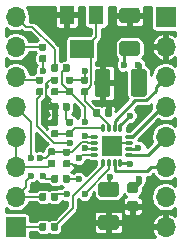
<source format=gtl>
%TF.GenerationSoftware,KiCad,Pcbnew,6.0.0-rc1-unknown-2c0fe8f~66~ubuntu18.04.1*%
%TF.CreationDate,2018-10-10T11:30:18+02:00*%
%TF.ProjectId,stspin220,73747370696E3232302E6B696361645F,rev?*%
%TF.SameCoordinates,Original*%
%TF.FileFunction,Copper,L1,Top,Signal*%
%TF.FilePolarity,Positive*%
%FSLAX46Y46*%
G04 Gerber Fmt 4.6, Leading zero omitted, Abs format (unit mm)*
G04 Created by KiCad (PCBNEW 6.0.0-rc1-unknown-2c0fe8f~66~ubuntu18.04.1) date Wed Oct 10 11:30:18 2018*
%MOMM*%
%LPD*%
G01*
G04 APERTURE LIST*
%ADD10R,1.300000X1.600000*%
%ADD11R,2.000000X1.600000*%
%ADD12R,1.800000X1.800000*%
%ADD13O,0.750000X0.300000*%
%ADD14O,0.300000X0.750000*%
%ADD15C,0.100000*%
%ADD16C,1.250000*%
%ADD17C,0.590000*%
%ADD18O,1.700000X1.700000*%
%ADD19R,1.700000X1.700000*%
%ADD20C,1.325000*%
%ADD21C,0.875000*%
%ADD22C,0.600000*%
%ADD23C,0.152400*%
%ADD24C,0.279400*%
%ADD25C,0.457200*%
%ADD26C,0.254000*%
G04 APERTURE END LIST*
D10*
X141498000Y-96340000D03*
D11*
X142748000Y-99240000D03*
D10*
X143998000Y-96340000D03*
D12*
X145288000Y-107442000D03*
D13*
X143813000Y-108192000D03*
X143813000Y-107692000D03*
X143813000Y-107192000D03*
X143813000Y-106692000D03*
D14*
X144538000Y-105967000D03*
X145038000Y-105967000D03*
X145538000Y-105967000D03*
X146038000Y-105967000D03*
D13*
X146763000Y-106692000D03*
X146763000Y-107192000D03*
X146763000Y-107692000D03*
X146763000Y-108192000D03*
D14*
X146038000Y-108917000D03*
X145538000Y-108917000D03*
X145038000Y-108917000D03*
X144538000Y-108917000D03*
D15*
G36*
X147461504Y-98566204D02*
X147485773Y-98569804D01*
X147509571Y-98575765D01*
X147532671Y-98584030D01*
X147554849Y-98594520D01*
X147575893Y-98607133D01*
X147595598Y-98621747D01*
X147613777Y-98638223D01*
X147630253Y-98656402D01*
X147644867Y-98676107D01*
X147657480Y-98697151D01*
X147667970Y-98719329D01*
X147676235Y-98742429D01*
X147682196Y-98766227D01*
X147685796Y-98790496D01*
X147687000Y-98815000D01*
X147687000Y-99565000D01*
X147685796Y-99589504D01*
X147682196Y-99613773D01*
X147676235Y-99637571D01*
X147667970Y-99660671D01*
X147657480Y-99682849D01*
X147644867Y-99703893D01*
X147630253Y-99723598D01*
X147613777Y-99741777D01*
X147595598Y-99758253D01*
X147575893Y-99772867D01*
X147554849Y-99785480D01*
X147532671Y-99795970D01*
X147509571Y-99804235D01*
X147485773Y-99810196D01*
X147461504Y-99813796D01*
X147437000Y-99815000D01*
X146187000Y-99815000D01*
X146162496Y-99813796D01*
X146138227Y-99810196D01*
X146114429Y-99804235D01*
X146091329Y-99795970D01*
X146069151Y-99785480D01*
X146048107Y-99772867D01*
X146028402Y-99758253D01*
X146010223Y-99741777D01*
X145993747Y-99723598D01*
X145979133Y-99703893D01*
X145966520Y-99682849D01*
X145956030Y-99660671D01*
X145947765Y-99637571D01*
X145941804Y-99613773D01*
X145938204Y-99589504D01*
X145937000Y-99565000D01*
X145937000Y-98815000D01*
X145938204Y-98790496D01*
X145941804Y-98766227D01*
X145947765Y-98742429D01*
X145956030Y-98719329D01*
X145966520Y-98697151D01*
X145979133Y-98676107D01*
X145993747Y-98656402D01*
X146010223Y-98638223D01*
X146028402Y-98621747D01*
X146048107Y-98607133D01*
X146069151Y-98594520D01*
X146091329Y-98584030D01*
X146114429Y-98575765D01*
X146138227Y-98569804D01*
X146162496Y-98566204D01*
X146187000Y-98565000D01*
X147437000Y-98565000D01*
X147461504Y-98566204D01*
X147461504Y-98566204D01*
G37*
D16*
X146812000Y-99190000D03*
D15*
G36*
X147461504Y-95766204D02*
X147485773Y-95769804D01*
X147509571Y-95775765D01*
X147532671Y-95784030D01*
X147554849Y-95794520D01*
X147575893Y-95807133D01*
X147595598Y-95821747D01*
X147613777Y-95838223D01*
X147630253Y-95856402D01*
X147644867Y-95876107D01*
X147657480Y-95897151D01*
X147667970Y-95919329D01*
X147676235Y-95942429D01*
X147682196Y-95966227D01*
X147685796Y-95990496D01*
X147687000Y-96015000D01*
X147687000Y-96765000D01*
X147685796Y-96789504D01*
X147682196Y-96813773D01*
X147676235Y-96837571D01*
X147667970Y-96860671D01*
X147657480Y-96882849D01*
X147644867Y-96903893D01*
X147630253Y-96923598D01*
X147613777Y-96941777D01*
X147595598Y-96958253D01*
X147575893Y-96972867D01*
X147554849Y-96985480D01*
X147532671Y-96995970D01*
X147509571Y-97004235D01*
X147485773Y-97010196D01*
X147461504Y-97013796D01*
X147437000Y-97015000D01*
X146187000Y-97015000D01*
X146162496Y-97013796D01*
X146138227Y-97010196D01*
X146114429Y-97004235D01*
X146091329Y-96995970D01*
X146069151Y-96985480D01*
X146048107Y-96972867D01*
X146028402Y-96958253D01*
X146010223Y-96941777D01*
X145993747Y-96923598D01*
X145979133Y-96903893D01*
X145966520Y-96882849D01*
X145956030Y-96860671D01*
X145947765Y-96837571D01*
X145941804Y-96813773D01*
X145938204Y-96789504D01*
X145937000Y-96765000D01*
X145937000Y-96015000D01*
X145938204Y-95990496D01*
X145941804Y-95966227D01*
X145947765Y-95942429D01*
X145956030Y-95919329D01*
X145966520Y-95897151D01*
X145979133Y-95876107D01*
X145993747Y-95856402D01*
X146010223Y-95838223D01*
X146028402Y-95821747D01*
X146048107Y-95807133D01*
X146069151Y-95794520D01*
X146091329Y-95784030D01*
X146114429Y-95775765D01*
X146138227Y-95769804D01*
X146162496Y-95766204D01*
X146187000Y-95765000D01*
X147437000Y-95765000D01*
X147461504Y-95766204D01*
X147461504Y-95766204D01*
G37*
D16*
X146812000Y-96390000D03*
D15*
G36*
X145683504Y-113298204D02*
X145707773Y-113301804D01*
X145731571Y-113307765D01*
X145754671Y-113316030D01*
X145776849Y-113326520D01*
X145797893Y-113339133D01*
X145817598Y-113353747D01*
X145835777Y-113370223D01*
X145852253Y-113388402D01*
X145866867Y-113408107D01*
X145879480Y-113429151D01*
X145889970Y-113451329D01*
X145898235Y-113474429D01*
X145904196Y-113498227D01*
X145907796Y-113522496D01*
X145909000Y-113547000D01*
X145909000Y-114297000D01*
X145907796Y-114321504D01*
X145904196Y-114345773D01*
X145898235Y-114369571D01*
X145889970Y-114392671D01*
X145879480Y-114414849D01*
X145866867Y-114435893D01*
X145852253Y-114455598D01*
X145835777Y-114473777D01*
X145817598Y-114490253D01*
X145797893Y-114504867D01*
X145776849Y-114517480D01*
X145754671Y-114527970D01*
X145731571Y-114536235D01*
X145707773Y-114542196D01*
X145683504Y-114545796D01*
X145659000Y-114547000D01*
X144409000Y-114547000D01*
X144384496Y-114545796D01*
X144360227Y-114542196D01*
X144336429Y-114536235D01*
X144313329Y-114527970D01*
X144291151Y-114517480D01*
X144270107Y-114504867D01*
X144250402Y-114490253D01*
X144232223Y-114473777D01*
X144215747Y-114455598D01*
X144201133Y-114435893D01*
X144188520Y-114414849D01*
X144178030Y-114392671D01*
X144169765Y-114369571D01*
X144163804Y-114345773D01*
X144160204Y-114321504D01*
X144159000Y-114297000D01*
X144159000Y-113547000D01*
X144160204Y-113522496D01*
X144163804Y-113498227D01*
X144169765Y-113474429D01*
X144178030Y-113451329D01*
X144188520Y-113429151D01*
X144201133Y-113408107D01*
X144215747Y-113388402D01*
X144232223Y-113370223D01*
X144250402Y-113353747D01*
X144270107Y-113339133D01*
X144291151Y-113326520D01*
X144313329Y-113316030D01*
X144336429Y-113307765D01*
X144360227Y-113301804D01*
X144384496Y-113298204D01*
X144409000Y-113297000D01*
X145659000Y-113297000D01*
X145683504Y-113298204D01*
X145683504Y-113298204D01*
G37*
D16*
X145034000Y-113922000D03*
D15*
G36*
X145683504Y-110498204D02*
X145707773Y-110501804D01*
X145731571Y-110507765D01*
X145754671Y-110516030D01*
X145776849Y-110526520D01*
X145797893Y-110539133D01*
X145817598Y-110553747D01*
X145835777Y-110570223D01*
X145852253Y-110588402D01*
X145866867Y-110608107D01*
X145879480Y-110629151D01*
X145889970Y-110651329D01*
X145898235Y-110674429D01*
X145904196Y-110698227D01*
X145907796Y-110722496D01*
X145909000Y-110747000D01*
X145909000Y-111497000D01*
X145907796Y-111521504D01*
X145904196Y-111545773D01*
X145898235Y-111569571D01*
X145889970Y-111592671D01*
X145879480Y-111614849D01*
X145866867Y-111635893D01*
X145852253Y-111655598D01*
X145835777Y-111673777D01*
X145817598Y-111690253D01*
X145797893Y-111704867D01*
X145776849Y-111717480D01*
X145754671Y-111727970D01*
X145731571Y-111736235D01*
X145707773Y-111742196D01*
X145683504Y-111745796D01*
X145659000Y-111747000D01*
X144409000Y-111747000D01*
X144384496Y-111745796D01*
X144360227Y-111742196D01*
X144336429Y-111736235D01*
X144313329Y-111727970D01*
X144291151Y-111717480D01*
X144270107Y-111704867D01*
X144250402Y-111690253D01*
X144232223Y-111673777D01*
X144215747Y-111655598D01*
X144201133Y-111635893D01*
X144188520Y-111614849D01*
X144178030Y-111592671D01*
X144169765Y-111569571D01*
X144163804Y-111545773D01*
X144160204Y-111521504D01*
X144159000Y-111497000D01*
X144159000Y-110747000D01*
X144160204Y-110722496D01*
X144163804Y-110698227D01*
X144169765Y-110674429D01*
X144178030Y-110651329D01*
X144188520Y-110629151D01*
X144201133Y-110608107D01*
X144215747Y-110588402D01*
X144232223Y-110570223D01*
X144250402Y-110553747D01*
X144270107Y-110539133D01*
X144291151Y-110526520D01*
X144313329Y-110516030D01*
X144336429Y-110507765D01*
X144360227Y-110501804D01*
X144384496Y-110498204D01*
X144409000Y-110497000D01*
X145659000Y-110497000D01*
X145683504Y-110498204D01*
X145683504Y-110498204D01*
G37*
D16*
X145034000Y-111122000D03*
D15*
G36*
X140646958Y-103820710D02*
X140661276Y-103822834D01*
X140675317Y-103826351D01*
X140688946Y-103831228D01*
X140702031Y-103837417D01*
X140714447Y-103844858D01*
X140726073Y-103853481D01*
X140736798Y-103863202D01*
X140746519Y-103873927D01*
X140755142Y-103885553D01*
X140762583Y-103897969D01*
X140768772Y-103911054D01*
X140773649Y-103924683D01*
X140777166Y-103938724D01*
X140779290Y-103953042D01*
X140780000Y-103967500D01*
X140780000Y-104312500D01*
X140779290Y-104326958D01*
X140777166Y-104341276D01*
X140773649Y-104355317D01*
X140768772Y-104368946D01*
X140762583Y-104382031D01*
X140755142Y-104394447D01*
X140746519Y-104406073D01*
X140736798Y-104416798D01*
X140726073Y-104426519D01*
X140714447Y-104435142D01*
X140702031Y-104442583D01*
X140688946Y-104448772D01*
X140675317Y-104453649D01*
X140661276Y-104457166D01*
X140646958Y-104459290D01*
X140632500Y-104460000D01*
X140337500Y-104460000D01*
X140323042Y-104459290D01*
X140308724Y-104457166D01*
X140294683Y-104453649D01*
X140281054Y-104448772D01*
X140267969Y-104442583D01*
X140255553Y-104435142D01*
X140243927Y-104426519D01*
X140233202Y-104416798D01*
X140223481Y-104406073D01*
X140214858Y-104394447D01*
X140207417Y-104382031D01*
X140201228Y-104368946D01*
X140196351Y-104355317D01*
X140192834Y-104341276D01*
X140190710Y-104326958D01*
X140190000Y-104312500D01*
X140190000Y-103967500D01*
X140190710Y-103953042D01*
X140192834Y-103938724D01*
X140196351Y-103924683D01*
X140201228Y-103911054D01*
X140207417Y-103897969D01*
X140214858Y-103885553D01*
X140223481Y-103873927D01*
X140233202Y-103863202D01*
X140243927Y-103853481D01*
X140255553Y-103844858D01*
X140267969Y-103837417D01*
X140281054Y-103831228D01*
X140294683Y-103826351D01*
X140308724Y-103822834D01*
X140323042Y-103820710D01*
X140337500Y-103820000D01*
X140632500Y-103820000D01*
X140646958Y-103820710D01*
X140646958Y-103820710D01*
G37*
D17*
X140485000Y-104140000D03*
D15*
G36*
X141616958Y-103820710D02*
X141631276Y-103822834D01*
X141645317Y-103826351D01*
X141658946Y-103831228D01*
X141672031Y-103837417D01*
X141684447Y-103844858D01*
X141696073Y-103853481D01*
X141706798Y-103863202D01*
X141716519Y-103873927D01*
X141725142Y-103885553D01*
X141732583Y-103897969D01*
X141738772Y-103911054D01*
X141743649Y-103924683D01*
X141747166Y-103938724D01*
X141749290Y-103953042D01*
X141750000Y-103967500D01*
X141750000Y-104312500D01*
X141749290Y-104326958D01*
X141747166Y-104341276D01*
X141743649Y-104355317D01*
X141738772Y-104368946D01*
X141732583Y-104382031D01*
X141725142Y-104394447D01*
X141716519Y-104406073D01*
X141706798Y-104416798D01*
X141696073Y-104426519D01*
X141684447Y-104435142D01*
X141672031Y-104442583D01*
X141658946Y-104448772D01*
X141645317Y-104453649D01*
X141631276Y-104457166D01*
X141616958Y-104459290D01*
X141602500Y-104460000D01*
X141307500Y-104460000D01*
X141293042Y-104459290D01*
X141278724Y-104457166D01*
X141264683Y-104453649D01*
X141251054Y-104448772D01*
X141237969Y-104442583D01*
X141225553Y-104435142D01*
X141213927Y-104426519D01*
X141203202Y-104416798D01*
X141193481Y-104406073D01*
X141184858Y-104394447D01*
X141177417Y-104382031D01*
X141171228Y-104368946D01*
X141166351Y-104355317D01*
X141162834Y-104341276D01*
X141160710Y-104326958D01*
X141160000Y-104312500D01*
X141160000Y-103967500D01*
X141160710Y-103953042D01*
X141162834Y-103938724D01*
X141166351Y-103924683D01*
X141171228Y-103911054D01*
X141177417Y-103897969D01*
X141184858Y-103885553D01*
X141193481Y-103873927D01*
X141203202Y-103863202D01*
X141213927Y-103853481D01*
X141225553Y-103844858D01*
X141237969Y-103837417D01*
X141251054Y-103831228D01*
X141264683Y-103826351D01*
X141278724Y-103822834D01*
X141293042Y-103820710D01*
X141307500Y-103820000D01*
X141602500Y-103820000D01*
X141616958Y-103820710D01*
X141616958Y-103820710D01*
G37*
D17*
X141455000Y-104140000D03*
D15*
G36*
X140648958Y-105138710D02*
X140663276Y-105140834D01*
X140677317Y-105144351D01*
X140690946Y-105149228D01*
X140704031Y-105155417D01*
X140716447Y-105162858D01*
X140728073Y-105171481D01*
X140738798Y-105181202D01*
X140748519Y-105191927D01*
X140757142Y-105203553D01*
X140764583Y-105215969D01*
X140770772Y-105229054D01*
X140775649Y-105242683D01*
X140779166Y-105256724D01*
X140781290Y-105271042D01*
X140782000Y-105285500D01*
X140782000Y-105580500D01*
X140781290Y-105594958D01*
X140779166Y-105609276D01*
X140775649Y-105623317D01*
X140770772Y-105636946D01*
X140764583Y-105650031D01*
X140757142Y-105662447D01*
X140748519Y-105674073D01*
X140738798Y-105684798D01*
X140728073Y-105694519D01*
X140716447Y-105703142D01*
X140704031Y-105710583D01*
X140690946Y-105716772D01*
X140677317Y-105721649D01*
X140663276Y-105725166D01*
X140648958Y-105727290D01*
X140634500Y-105728000D01*
X140289500Y-105728000D01*
X140275042Y-105727290D01*
X140260724Y-105725166D01*
X140246683Y-105721649D01*
X140233054Y-105716772D01*
X140219969Y-105710583D01*
X140207553Y-105703142D01*
X140195927Y-105694519D01*
X140185202Y-105684798D01*
X140175481Y-105674073D01*
X140166858Y-105662447D01*
X140159417Y-105650031D01*
X140153228Y-105636946D01*
X140148351Y-105623317D01*
X140144834Y-105609276D01*
X140142710Y-105594958D01*
X140142000Y-105580500D01*
X140142000Y-105285500D01*
X140142710Y-105271042D01*
X140144834Y-105256724D01*
X140148351Y-105242683D01*
X140153228Y-105229054D01*
X140159417Y-105215969D01*
X140166858Y-105203553D01*
X140175481Y-105191927D01*
X140185202Y-105181202D01*
X140195927Y-105171481D01*
X140207553Y-105162858D01*
X140219969Y-105155417D01*
X140233054Y-105149228D01*
X140246683Y-105144351D01*
X140260724Y-105140834D01*
X140275042Y-105138710D01*
X140289500Y-105138000D01*
X140634500Y-105138000D01*
X140648958Y-105138710D01*
X140648958Y-105138710D01*
G37*
D17*
X140462000Y-105433000D03*
D15*
G36*
X140648958Y-106108710D02*
X140663276Y-106110834D01*
X140677317Y-106114351D01*
X140690946Y-106119228D01*
X140704031Y-106125417D01*
X140716447Y-106132858D01*
X140728073Y-106141481D01*
X140738798Y-106151202D01*
X140748519Y-106161927D01*
X140757142Y-106173553D01*
X140764583Y-106185969D01*
X140770772Y-106199054D01*
X140775649Y-106212683D01*
X140779166Y-106226724D01*
X140781290Y-106241042D01*
X140782000Y-106255500D01*
X140782000Y-106550500D01*
X140781290Y-106564958D01*
X140779166Y-106579276D01*
X140775649Y-106593317D01*
X140770772Y-106606946D01*
X140764583Y-106620031D01*
X140757142Y-106632447D01*
X140748519Y-106644073D01*
X140738798Y-106654798D01*
X140728073Y-106664519D01*
X140716447Y-106673142D01*
X140704031Y-106680583D01*
X140690946Y-106686772D01*
X140677317Y-106691649D01*
X140663276Y-106695166D01*
X140648958Y-106697290D01*
X140634500Y-106698000D01*
X140289500Y-106698000D01*
X140275042Y-106697290D01*
X140260724Y-106695166D01*
X140246683Y-106691649D01*
X140233054Y-106686772D01*
X140219969Y-106680583D01*
X140207553Y-106673142D01*
X140195927Y-106664519D01*
X140185202Y-106654798D01*
X140175481Y-106644073D01*
X140166858Y-106632447D01*
X140159417Y-106620031D01*
X140153228Y-106606946D01*
X140148351Y-106593317D01*
X140144834Y-106579276D01*
X140142710Y-106564958D01*
X140142000Y-106550500D01*
X140142000Y-106255500D01*
X140142710Y-106241042D01*
X140144834Y-106226724D01*
X140148351Y-106212683D01*
X140153228Y-106199054D01*
X140159417Y-106185969D01*
X140166858Y-106173553D01*
X140175481Y-106161927D01*
X140185202Y-106151202D01*
X140195927Y-106141481D01*
X140207553Y-106132858D01*
X140219969Y-106125417D01*
X140233054Y-106119228D01*
X140246683Y-106114351D01*
X140260724Y-106110834D01*
X140275042Y-106108710D01*
X140289500Y-106108000D01*
X140634500Y-106108000D01*
X140648958Y-106108710D01*
X140648958Y-106108710D01*
G37*
D17*
X140462000Y-106403000D03*
D15*
G36*
X141918958Y-102552710D02*
X141933276Y-102554834D01*
X141947317Y-102558351D01*
X141960946Y-102563228D01*
X141974031Y-102569417D01*
X141986447Y-102576858D01*
X141998073Y-102585481D01*
X142008798Y-102595202D01*
X142018519Y-102605927D01*
X142027142Y-102617553D01*
X142034583Y-102629969D01*
X142040772Y-102643054D01*
X142045649Y-102656683D01*
X142049166Y-102670724D01*
X142051290Y-102685042D01*
X142052000Y-102699500D01*
X142052000Y-102994500D01*
X142051290Y-103008958D01*
X142049166Y-103023276D01*
X142045649Y-103037317D01*
X142040772Y-103050946D01*
X142034583Y-103064031D01*
X142027142Y-103076447D01*
X142018519Y-103088073D01*
X142008798Y-103098798D01*
X141998073Y-103108519D01*
X141986447Y-103117142D01*
X141974031Y-103124583D01*
X141960946Y-103130772D01*
X141947317Y-103135649D01*
X141933276Y-103139166D01*
X141918958Y-103141290D01*
X141904500Y-103142000D01*
X141559500Y-103142000D01*
X141545042Y-103141290D01*
X141530724Y-103139166D01*
X141516683Y-103135649D01*
X141503054Y-103130772D01*
X141489969Y-103124583D01*
X141477553Y-103117142D01*
X141465927Y-103108519D01*
X141455202Y-103098798D01*
X141445481Y-103088073D01*
X141436858Y-103076447D01*
X141429417Y-103064031D01*
X141423228Y-103050946D01*
X141418351Y-103037317D01*
X141414834Y-103023276D01*
X141412710Y-103008958D01*
X141412000Y-102994500D01*
X141412000Y-102699500D01*
X141412710Y-102685042D01*
X141414834Y-102670724D01*
X141418351Y-102656683D01*
X141423228Y-102643054D01*
X141429417Y-102629969D01*
X141436858Y-102617553D01*
X141445481Y-102605927D01*
X141455202Y-102595202D01*
X141465927Y-102585481D01*
X141477553Y-102576858D01*
X141489969Y-102569417D01*
X141503054Y-102563228D01*
X141516683Y-102558351D01*
X141530724Y-102554834D01*
X141545042Y-102552710D01*
X141559500Y-102552000D01*
X141904500Y-102552000D01*
X141918958Y-102552710D01*
X141918958Y-102552710D01*
G37*
D17*
X141732000Y-102847000D03*
D15*
G36*
X141918958Y-101582710D02*
X141933276Y-101584834D01*
X141947317Y-101588351D01*
X141960946Y-101593228D01*
X141974031Y-101599417D01*
X141986447Y-101606858D01*
X141998073Y-101615481D01*
X142008798Y-101625202D01*
X142018519Y-101635927D01*
X142027142Y-101647553D01*
X142034583Y-101659969D01*
X142040772Y-101673054D01*
X142045649Y-101686683D01*
X142049166Y-101700724D01*
X142051290Y-101715042D01*
X142052000Y-101729500D01*
X142052000Y-102024500D01*
X142051290Y-102038958D01*
X142049166Y-102053276D01*
X142045649Y-102067317D01*
X142040772Y-102080946D01*
X142034583Y-102094031D01*
X142027142Y-102106447D01*
X142018519Y-102118073D01*
X142008798Y-102128798D01*
X141998073Y-102138519D01*
X141986447Y-102147142D01*
X141974031Y-102154583D01*
X141960946Y-102160772D01*
X141947317Y-102165649D01*
X141933276Y-102169166D01*
X141918958Y-102171290D01*
X141904500Y-102172000D01*
X141559500Y-102172000D01*
X141545042Y-102171290D01*
X141530724Y-102169166D01*
X141516683Y-102165649D01*
X141503054Y-102160772D01*
X141489969Y-102154583D01*
X141477553Y-102147142D01*
X141465927Y-102138519D01*
X141455202Y-102128798D01*
X141445481Y-102118073D01*
X141436858Y-102106447D01*
X141429417Y-102094031D01*
X141423228Y-102080946D01*
X141418351Y-102067317D01*
X141414834Y-102053276D01*
X141412710Y-102038958D01*
X141412000Y-102024500D01*
X141412000Y-101729500D01*
X141412710Y-101715042D01*
X141414834Y-101700724D01*
X141418351Y-101686683D01*
X141423228Y-101673054D01*
X141429417Y-101659969D01*
X141436858Y-101647553D01*
X141445481Y-101635927D01*
X141455202Y-101625202D01*
X141465927Y-101615481D01*
X141477553Y-101606858D01*
X141489969Y-101599417D01*
X141503054Y-101593228D01*
X141516683Y-101588351D01*
X141530724Y-101584834D01*
X141545042Y-101582710D01*
X141559500Y-101582000D01*
X141904500Y-101582000D01*
X141918958Y-101582710D01*
X141918958Y-101582710D01*
G37*
D17*
X141732000Y-101877000D03*
D15*
G36*
X139630958Y-113980710D02*
X139645276Y-113982834D01*
X139659317Y-113986351D01*
X139672946Y-113991228D01*
X139686031Y-113997417D01*
X139698447Y-114004858D01*
X139710073Y-114013481D01*
X139720798Y-114023202D01*
X139730519Y-114033927D01*
X139739142Y-114045553D01*
X139746583Y-114057969D01*
X139752772Y-114071054D01*
X139757649Y-114084683D01*
X139761166Y-114098724D01*
X139763290Y-114113042D01*
X139764000Y-114127500D01*
X139764000Y-114472500D01*
X139763290Y-114486958D01*
X139761166Y-114501276D01*
X139757649Y-114515317D01*
X139752772Y-114528946D01*
X139746583Y-114542031D01*
X139739142Y-114554447D01*
X139730519Y-114566073D01*
X139720798Y-114576798D01*
X139710073Y-114586519D01*
X139698447Y-114595142D01*
X139686031Y-114602583D01*
X139672946Y-114608772D01*
X139659317Y-114613649D01*
X139645276Y-114617166D01*
X139630958Y-114619290D01*
X139616500Y-114620000D01*
X139321500Y-114620000D01*
X139307042Y-114619290D01*
X139292724Y-114617166D01*
X139278683Y-114613649D01*
X139265054Y-114608772D01*
X139251969Y-114602583D01*
X139239553Y-114595142D01*
X139227927Y-114586519D01*
X139217202Y-114576798D01*
X139207481Y-114566073D01*
X139198858Y-114554447D01*
X139191417Y-114542031D01*
X139185228Y-114528946D01*
X139180351Y-114515317D01*
X139176834Y-114501276D01*
X139174710Y-114486958D01*
X139174000Y-114472500D01*
X139174000Y-114127500D01*
X139174710Y-114113042D01*
X139176834Y-114098724D01*
X139180351Y-114084683D01*
X139185228Y-114071054D01*
X139191417Y-114057969D01*
X139198858Y-114045553D01*
X139207481Y-114033927D01*
X139217202Y-114023202D01*
X139227927Y-114013481D01*
X139239553Y-114004858D01*
X139251969Y-113997417D01*
X139265054Y-113991228D01*
X139278683Y-113986351D01*
X139292724Y-113982834D01*
X139307042Y-113980710D01*
X139321500Y-113980000D01*
X139616500Y-113980000D01*
X139630958Y-113980710D01*
X139630958Y-113980710D01*
G37*
D17*
X139469000Y-114300000D03*
D15*
G36*
X140600958Y-113980710D02*
X140615276Y-113982834D01*
X140629317Y-113986351D01*
X140642946Y-113991228D01*
X140656031Y-113997417D01*
X140668447Y-114004858D01*
X140680073Y-114013481D01*
X140690798Y-114023202D01*
X140700519Y-114033927D01*
X140709142Y-114045553D01*
X140716583Y-114057969D01*
X140722772Y-114071054D01*
X140727649Y-114084683D01*
X140731166Y-114098724D01*
X140733290Y-114113042D01*
X140734000Y-114127500D01*
X140734000Y-114472500D01*
X140733290Y-114486958D01*
X140731166Y-114501276D01*
X140727649Y-114515317D01*
X140722772Y-114528946D01*
X140716583Y-114542031D01*
X140709142Y-114554447D01*
X140700519Y-114566073D01*
X140690798Y-114576798D01*
X140680073Y-114586519D01*
X140668447Y-114595142D01*
X140656031Y-114602583D01*
X140642946Y-114608772D01*
X140629317Y-114613649D01*
X140615276Y-114617166D01*
X140600958Y-114619290D01*
X140586500Y-114620000D01*
X140291500Y-114620000D01*
X140277042Y-114619290D01*
X140262724Y-114617166D01*
X140248683Y-114613649D01*
X140235054Y-114608772D01*
X140221969Y-114602583D01*
X140209553Y-114595142D01*
X140197927Y-114586519D01*
X140187202Y-114576798D01*
X140177481Y-114566073D01*
X140168858Y-114554447D01*
X140161417Y-114542031D01*
X140155228Y-114528946D01*
X140150351Y-114515317D01*
X140146834Y-114501276D01*
X140144710Y-114486958D01*
X140144000Y-114472500D01*
X140144000Y-114127500D01*
X140144710Y-114113042D01*
X140146834Y-114098724D01*
X140150351Y-114084683D01*
X140155228Y-114071054D01*
X140161417Y-114057969D01*
X140168858Y-114045553D01*
X140177481Y-114033927D01*
X140187202Y-114023202D01*
X140197927Y-114013481D01*
X140209553Y-114004858D01*
X140221969Y-113997417D01*
X140235054Y-113991228D01*
X140248683Y-113986351D01*
X140262724Y-113982834D01*
X140277042Y-113980710D01*
X140291500Y-113980000D01*
X140586500Y-113980000D01*
X140600958Y-113980710D01*
X140600958Y-113980710D01*
G37*
D17*
X140439000Y-114300000D03*
D15*
G36*
X139378958Y-101582710D02*
X139393276Y-101584834D01*
X139407317Y-101588351D01*
X139420946Y-101593228D01*
X139434031Y-101599417D01*
X139446447Y-101606858D01*
X139458073Y-101615481D01*
X139468798Y-101625202D01*
X139478519Y-101635927D01*
X139487142Y-101647553D01*
X139494583Y-101659969D01*
X139500772Y-101673054D01*
X139505649Y-101686683D01*
X139509166Y-101700724D01*
X139511290Y-101715042D01*
X139512000Y-101729500D01*
X139512000Y-102024500D01*
X139511290Y-102038958D01*
X139509166Y-102053276D01*
X139505649Y-102067317D01*
X139500772Y-102080946D01*
X139494583Y-102094031D01*
X139487142Y-102106447D01*
X139478519Y-102118073D01*
X139468798Y-102128798D01*
X139458073Y-102138519D01*
X139446447Y-102147142D01*
X139434031Y-102154583D01*
X139420946Y-102160772D01*
X139407317Y-102165649D01*
X139393276Y-102169166D01*
X139378958Y-102171290D01*
X139364500Y-102172000D01*
X139019500Y-102172000D01*
X139005042Y-102171290D01*
X138990724Y-102169166D01*
X138976683Y-102165649D01*
X138963054Y-102160772D01*
X138949969Y-102154583D01*
X138937553Y-102147142D01*
X138925927Y-102138519D01*
X138915202Y-102128798D01*
X138905481Y-102118073D01*
X138896858Y-102106447D01*
X138889417Y-102094031D01*
X138883228Y-102080946D01*
X138878351Y-102067317D01*
X138874834Y-102053276D01*
X138872710Y-102038958D01*
X138872000Y-102024500D01*
X138872000Y-101729500D01*
X138872710Y-101715042D01*
X138874834Y-101700724D01*
X138878351Y-101686683D01*
X138883228Y-101673054D01*
X138889417Y-101659969D01*
X138896858Y-101647553D01*
X138905481Y-101635927D01*
X138915202Y-101625202D01*
X138925927Y-101615481D01*
X138937553Y-101606858D01*
X138949969Y-101599417D01*
X138963054Y-101593228D01*
X138976683Y-101588351D01*
X138990724Y-101584834D01*
X139005042Y-101582710D01*
X139019500Y-101582000D01*
X139364500Y-101582000D01*
X139378958Y-101582710D01*
X139378958Y-101582710D01*
G37*
D17*
X139192000Y-101877000D03*
D15*
G36*
X139378958Y-102552710D02*
X139393276Y-102554834D01*
X139407317Y-102558351D01*
X139420946Y-102563228D01*
X139434031Y-102569417D01*
X139446447Y-102576858D01*
X139458073Y-102585481D01*
X139468798Y-102595202D01*
X139478519Y-102605927D01*
X139487142Y-102617553D01*
X139494583Y-102629969D01*
X139500772Y-102643054D01*
X139505649Y-102656683D01*
X139509166Y-102670724D01*
X139511290Y-102685042D01*
X139512000Y-102699500D01*
X139512000Y-102994500D01*
X139511290Y-103008958D01*
X139509166Y-103023276D01*
X139505649Y-103037317D01*
X139500772Y-103050946D01*
X139494583Y-103064031D01*
X139487142Y-103076447D01*
X139478519Y-103088073D01*
X139468798Y-103098798D01*
X139458073Y-103108519D01*
X139446447Y-103117142D01*
X139434031Y-103124583D01*
X139420946Y-103130772D01*
X139407317Y-103135649D01*
X139393276Y-103139166D01*
X139378958Y-103141290D01*
X139364500Y-103142000D01*
X139019500Y-103142000D01*
X139005042Y-103141290D01*
X138990724Y-103139166D01*
X138976683Y-103135649D01*
X138963054Y-103130772D01*
X138949969Y-103124583D01*
X138937553Y-103117142D01*
X138925927Y-103108519D01*
X138915202Y-103098798D01*
X138905481Y-103088073D01*
X138896858Y-103076447D01*
X138889417Y-103064031D01*
X138883228Y-103050946D01*
X138878351Y-103037317D01*
X138874834Y-103023276D01*
X138872710Y-103008958D01*
X138872000Y-102994500D01*
X138872000Y-102699500D01*
X138872710Y-102685042D01*
X138874834Y-102670724D01*
X138878351Y-102656683D01*
X138883228Y-102643054D01*
X138889417Y-102629969D01*
X138896858Y-102617553D01*
X138905481Y-102605927D01*
X138915202Y-102595202D01*
X138925927Y-102585481D01*
X138937553Y-102576858D01*
X138949969Y-102569417D01*
X138963054Y-102563228D01*
X138976683Y-102558351D01*
X138990724Y-102554834D01*
X139005042Y-102552710D01*
X139019500Y-102552000D01*
X139364500Y-102552000D01*
X139378958Y-102552710D01*
X139378958Y-102552710D01*
G37*
D17*
X139192000Y-102847000D03*
D15*
G36*
X140646958Y-100518710D02*
X140661276Y-100520834D01*
X140675317Y-100524351D01*
X140688946Y-100529228D01*
X140702031Y-100535417D01*
X140714447Y-100542858D01*
X140726073Y-100551481D01*
X140736798Y-100561202D01*
X140746519Y-100571927D01*
X140755142Y-100583553D01*
X140762583Y-100595969D01*
X140768772Y-100609054D01*
X140773649Y-100622683D01*
X140777166Y-100636724D01*
X140779290Y-100651042D01*
X140780000Y-100665500D01*
X140780000Y-101010500D01*
X140779290Y-101024958D01*
X140777166Y-101039276D01*
X140773649Y-101053317D01*
X140768772Y-101066946D01*
X140762583Y-101080031D01*
X140755142Y-101092447D01*
X140746519Y-101104073D01*
X140736798Y-101114798D01*
X140726073Y-101124519D01*
X140714447Y-101133142D01*
X140702031Y-101140583D01*
X140688946Y-101146772D01*
X140675317Y-101151649D01*
X140661276Y-101155166D01*
X140646958Y-101157290D01*
X140632500Y-101158000D01*
X140337500Y-101158000D01*
X140323042Y-101157290D01*
X140308724Y-101155166D01*
X140294683Y-101151649D01*
X140281054Y-101146772D01*
X140267969Y-101140583D01*
X140255553Y-101133142D01*
X140243927Y-101124519D01*
X140233202Y-101114798D01*
X140223481Y-101104073D01*
X140214858Y-101092447D01*
X140207417Y-101080031D01*
X140201228Y-101066946D01*
X140196351Y-101053317D01*
X140192834Y-101039276D01*
X140190710Y-101024958D01*
X140190000Y-101010500D01*
X140190000Y-100665500D01*
X140190710Y-100651042D01*
X140192834Y-100636724D01*
X140196351Y-100622683D01*
X140201228Y-100609054D01*
X140207417Y-100595969D01*
X140214858Y-100583553D01*
X140223481Y-100571927D01*
X140233202Y-100561202D01*
X140243927Y-100551481D01*
X140255553Y-100542858D01*
X140267969Y-100535417D01*
X140281054Y-100529228D01*
X140294683Y-100524351D01*
X140308724Y-100520834D01*
X140323042Y-100518710D01*
X140337500Y-100518000D01*
X140632500Y-100518000D01*
X140646958Y-100518710D01*
X140646958Y-100518710D01*
G37*
D17*
X140485000Y-100838000D03*
D15*
G36*
X141616958Y-100518710D02*
X141631276Y-100520834D01*
X141645317Y-100524351D01*
X141658946Y-100529228D01*
X141672031Y-100535417D01*
X141684447Y-100542858D01*
X141696073Y-100551481D01*
X141706798Y-100561202D01*
X141716519Y-100571927D01*
X141725142Y-100583553D01*
X141732583Y-100595969D01*
X141738772Y-100609054D01*
X141743649Y-100622683D01*
X141747166Y-100636724D01*
X141749290Y-100651042D01*
X141750000Y-100665500D01*
X141750000Y-101010500D01*
X141749290Y-101024958D01*
X141747166Y-101039276D01*
X141743649Y-101053317D01*
X141738772Y-101066946D01*
X141732583Y-101080031D01*
X141725142Y-101092447D01*
X141716519Y-101104073D01*
X141706798Y-101114798D01*
X141696073Y-101124519D01*
X141684447Y-101133142D01*
X141672031Y-101140583D01*
X141658946Y-101146772D01*
X141645317Y-101151649D01*
X141631276Y-101155166D01*
X141616958Y-101157290D01*
X141602500Y-101158000D01*
X141307500Y-101158000D01*
X141293042Y-101157290D01*
X141278724Y-101155166D01*
X141264683Y-101151649D01*
X141251054Y-101146772D01*
X141237969Y-101140583D01*
X141225553Y-101133142D01*
X141213927Y-101124519D01*
X141203202Y-101114798D01*
X141193481Y-101104073D01*
X141184858Y-101092447D01*
X141177417Y-101080031D01*
X141171228Y-101066946D01*
X141166351Y-101053317D01*
X141162834Y-101039276D01*
X141160710Y-101024958D01*
X141160000Y-101010500D01*
X141160000Y-100665500D01*
X141160710Y-100651042D01*
X141162834Y-100636724D01*
X141166351Y-100622683D01*
X141171228Y-100609054D01*
X141177417Y-100595969D01*
X141184858Y-100583553D01*
X141193481Y-100571927D01*
X141203202Y-100561202D01*
X141213927Y-100551481D01*
X141225553Y-100542858D01*
X141237969Y-100535417D01*
X141251054Y-100529228D01*
X141264683Y-100524351D01*
X141278724Y-100520834D01*
X141293042Y-100518710D01*
X141307500Y-100518000D01*
X141602500Y-100518000D01*
X141616958Y-100518710D01*
X141616958Y-100518710D01*
G37*
D17*
X141455000Y-100838000D03*
D15*
G36*
X139630958Y-111440710D02*
X139645276Y-111442834D01*
X139659317Y-111446351D01*
X139672946Y-111451228D01*
X139686031Y-111457417D01*
X139698447Y-111464858D01*
X139710073Y-111473481D01*
X139720798Y-111483202D01*
X139730519Y-111493927D01*
X139739142Y-111505553D01*
X139746583Y-111517969D01*
X139752772Y-111531054D01*
X139757649Y-111544683D01*
X139761166Y-111558724D01*
X139763290Y-111573042D01*
X139764000Y-111587500D01*
X139764000Y-111932500D01*
X139763290Y-111946958D01*
X139761166Y-111961276D01*
X139757649Y-111975317D01*
X139752772Y-111988946D01*
X139746583Y-112002031D01*
X139739142Y-112014447D01*
X139730519Y-112026073D01*
X139720798Y-112036798D01*
X139710073Y-112046519D01*
X139698447Y-112055142D01*
X139686031Y-112062583D01*
X139672946Y-112068772D01*
X139659317Y-112073649D01*
X139645276Y-112077166D01*
X139630958Y-112079290D01*
X139616500Y-112080000D01*
X139321500Y-112080000D01*
X139307042Y-112079290D01*
X139292724Y-112077166D01*
X139278683Y-112073649D01*
X139265054Y-112068772D01*
X139251969Y-112062583D01*
X139239553Y-112055142D01*
X139227927Y-112046519D01*
X139217202Y-112036798D01*
X139207481Y-112026073D01*
X139198858Y-112014447D01*
X139191417Y-112002031D01*
X139185228Y-111988946D01*
X139180351Y-111975317D01*
X139176834Y-111961276D01*
X139174710Y-111946958D01*
X139174000Y-111932500D01*
X139174000Y-111587500D01*
X139174710Y-111573042D01*
X139176834Y-111558724D01*
X139180351Y-111544683D01*
X139185228Y-111531054D01*
X139191417Y-111517969D01*
X139198858Y-111505553D01*
X139207481Y-111493927D01*
X139217202Y-111483202D01*
X139227927Y-111473481D01*
X139239553Y-111464858D01*
X139251969Y-111457417D01*
X139265054Y-111451228D01*
X139278683Y-111446351D01*
X139292724Y-111442834D01*
X139307042Y-111440710D01*
X139321500Y-111440000D01*
X139616500Y-111440000D01*
X139630958Y-111440710D01*
X139630958Y-111440710D01*
G37*
D17*
X139469000Y-111760000D03*
D15*
G36*
X140600958Y-111440710D02*
X140615276Y-111442834D01*
X140629317Y-111446351D01*
X140642946Y-111451228D01*
X140656031Y-111457417D01*
X140668447Y-111464858D01*
X140680073Y-111473481D01*
X140690798Y-111483202D01*
X140700519Y-111493927D01*
X140709142Y-111505553D01*
X140716583Y-111517969D01*
X140722772Y-111531054D01*
X140727649Y-111544683D01*
X140731166Y-111558724D01*
X140733290Y-111573042D01*
X140734000Y-111587500D01*
X140734000Y-111932500D01*
X140733290Y-111946958D01*
X140731166Y-111961276D01*
X140727649Y-111975317D01*
X140722772Y-111988946D01*
X140716583Y-112002031D01*
X140709142Y-112014447D01*
X140700519Y-112026073D01*
X140690798Y-112036798D01*
X140680073Y-112046519D01*
X140668447Y-112055142D01*
X140656031Y-112062583D01*
X140642946Y-112068772D01*
X140629317Y-112073649D01*
X140615276Y-112077166D01*
X140600958Y-112079290D01*
X140586500Y-112080000D01*
X140291500Y-112080000D01*
X140277042Y-112079290D01*
X140262724Y-112077166D01*
X140248683Y-112073649D01*
X140235054Y-112068772D01*
X140221969Y-112062583D01*
X140209553Y-112055142D01*
X140197927Y-112046519D01*
X140187202Y-112036798D01*
X140177481Y-112026073D01*
X140168858Y-112014447D01*
X140161417Y-112002031D01*
X140155228Y-111988946D01*
X140150351Y-111975317D01*
X140146834Y-111961276D01*
X140144710Y-111946958D01*
X140144000Y-111932500D01*
X140144000Y-111587500D01*
X140144710Y-111573042D01*
X140146834Y-111558724D01*
X140150351Y-111544683D01*
X140155228Y-111531054D01*
X140161417Y-111517969D01*
X140168858Y-111505553D01*
X140177481Y-111493927D01*
X140187202Y-111483202D01*
X140197927Y-111473481D01*
X140209553Y-111464858D01*
X140221969Y-111457417D01*
X140235054Y-111451228D01*
X140248683Y-111446351D01*
X140262724Y-111442834D01*
X140277042Y-111440710D01*
X140291500Y-111440000D01*
X140586500Y-111440000D01*
X140600958Y-111440710D01*
X140600958Y-111440710D01*
G37*
D17*
X140439000Y-111760000D03*
D15*
G36*
X139632958Y-98788710D02*
X139647276Y-98790834D01*
X139661317Y-98794351D01*
X139674946Y-98799228D01*
X139688031Y-98805417D01*
X139700447Y-98812858D01*
X139712073Y-98821481D01*
X139722798Y-98831202D01*
X139732519Y-98841927D01*
X139741142Y-98853553D01*
X139748583Y-98865969D01*
X139754772Y-98879054D01*
X139759649Y-98892683D01*
X139763166Y-98906724D01*
X139765290Y-98921042D01*
X139766000Y-98935500D01*
X139766000Y-99230500D01*
X139765290Y-99244958D01*
X139763166Y-99259276D01*
X139759649Y-99273317D01*
X139754772Y-99286946D01*
X139748583Y-99300031D01*
X139741142Y-99312447D01*
X139732519Y-99324073D01*
X139722798Y-99334798D01*
X139712073Y-99344519D01*
X139700447Y-99353142D01*
X139688031Y-99360583D01*
X139674946Y-99366772D01*
X139661317Y-99371649D01*
X139647276Y-99375166D01*
X139632958Y-99377290D01*
X139618500Y-99378000D01*
X139273500Y-99378000D01*
X139259042Y-99377290D01*
X139244724Y-99375166D01*
X139230683Y-99371649D01*
X139217054Y-99366772D01*
X139203969Y-99360583D01*
X139191553Y-99353142D01*
X139179927Y-99344519D01*
X139169202Y-99334798D01*
X139159481Y-99324073D01*
X139150858Y-99312447D01*
X139143417Y-99300031D01*
X139137228Y-99286946D01*
X139132351Y-99273317D01*
X139128834Y-99259276D01*
X139126710Y-99244958D01*
X139126000Y-99230500D01*
X139126000Y-98935500D01*
X139126710Y-98921042D01*
X139128834Y-98906724D01*
X139132351Y-98892683D01*
X139137228Y-98879054D01*
X139143417Y-98865969D01*
X139150858Y-98853553D01*
X139159481Y-98841927D01*
X139169202Y-98831202D01*
X139179927Y-98821481D01*
X139191553Y-98812858D01*
X139203969Y-98805417D01*
X139217054Y-98799228D01*
X139230683Y-98794351D01*
X139244724Y-98790834D01*
X139259042Y-98788710D01*
X139273500Y-98788000D01*
X139618500Y-98788000D01*
X139632958Y-98788710D01*
X139632958Y-98788710D01*
G37*
D17*
X139446000Y-99083000D03*
D15*
G36*
X139632958Y-99758710D02*
X139647276Y-99760834D01*
X139661317Y-99764351D01*
X139674946Y-99769228D01*
X139688031Y-99775417D01*
X139700447Y-99782858D01*
X139712073Y-99791481D01*
X139722798Y-99801202D01*
X139732519Y-99811927D01*
X139741142Y-99823553D01*
X139748583Y-99835969D01*
X139754772Y-99849054D01*
X139759649Y-99862683D01*
X139763166Y-99876724D01*
X139765290Y-99891042D01*
X139766000Y-99905500D01*
X139766000Y-100200500D01*
X139765290Y-100214958D01*
X139763166Y-100229276D01*
X139759649Y-100243317D01*
X139754772Y-100256946D01*
X139748583Y-100270031D01*
X139741142Y-100282447D01*
X139732519Y-100294073D01*
X139722798Y-100304798D01*
X139712073Y-100314519D01*
X139700447Y-100323142D01*
X139688031Y-100330583D01*
X139674946Y-100336772D01*
X139661317Y-100341649D01*
X139647276Y-100345166D01*
X139632958Y-100347290D01*
X139618500Y-100348000D01*
X139273500Y-100348000D01*
X139259042Y-100347290D01*
X139244724Y-100345166D01*
X139230683Y-100341649D01*
X139217054Y-100336772D01*
X139203969Y-100330583D01*
X139191553Y-100323142D01*
X139179927Y-100314519D01*
X139169202Y-100304798D01*
X139159481Y-100294073D01*
X139150858Y-100282447D01*
X139143417Y-100270031D01*
X139137228Y-100256946D01*
X139132351Y-100243317D01*
X139128834Y-100229276D01*
X139126710Y-100214958D01*
X139126000Y-100200500D01*
X139126000Y-99905500D01*
X139126710Y-99891042D01*
X139128834Y-99876724D01*
X139132351Y-99862683D01*
X139137228Y-99849054D01*
X139143417Y-99835969D01*
X139150858Y-99823553D01*
X139159481Y-99811927D01*
X139169202Y-99801202D01*
X139179927Y-99791481D01*
X139191553Y-99782858D01*
X139203969Y-99775417D01*
X139217054Y-99769228D01*
X139230683Y-99764351D01*
X139244724Y-99760834D01*
X139259042Y-99758710D01*
X139273500Y-99758000D01*
X139618500Y-99758000D01*
X139632958Y-99758710D01*
X139632958Y-99758710D01*
G37*
D17*
X139446000Y-100053000D03*
D15*
G36*
X143188958Y-102552710D02*
X143203276Y-102554834D01*
X143217317Y-102558351D01*
X143230946Y-102563228D01*
X143244031Y-102569417D01*
X143256447Y-102576858D01*
X143268073Y-102585481D01*
X143278798Y-102595202D01*
X143288519Y-102605927D01*
X143297142Y-102617553D01*
X143304583Y-102629969D01*
X143310772Y-102643054D01*
X143315649Y-102656683D01*
X143319166Y-102670724D01*
X143321290Y-102685042D01*
X143322000Y-102699500D01*
X143322000Y-102994500D01*
X143321290Y-103008958D01*
X143319166Y-103023276D01*
X143315649Y-103037317D01*
X143310772Y-103050946D01*
X143304583Y-103064031D01*
X143297142Y-103076447D01*
X143288519Y-103088073D01*
X143278798Y-103098798D01*
X143268073Y-103108519D01*
X143256447Y-103117142D01*
X143244031Y-103124583D01*
X143230946Y-103130772D01*
X143217317Y-103135649D01*
X143203276Y-103139166D01*
X143188958Y-103141290D01*
X143174500Y-103142000D01*
X142829500Y-103142000D01*
X142815042Y-103141290D01*
X142800724Y-103139166D01*
X142786683Y-103135649D01*
X142773054Y-103130772D01*
X142759969Y-103124583D01*
X142747553Y-103117142D01*
X142735927Y-103108519D01*
X142725202Y-103098798D01*
X142715481Y-103088073D01*
X142706858Y-103076447D01*
X142699417Y-103064031D01*
X142693228Y-103050946D01*
X142688351Y-103037317D01*
X142684834Y-103023276D01*
X142682710Y-103008958D01*
X142682000Y-102994500D01*
X142682000Y-102699500D01*
X142682710Y-102685042D01*
X142684834Y-102670724D01*
X142688351Y-102656683D01*
X142693228Y-102643054D01*
X142699417Y-102629969D01*
X142706858Y-102617553D01*
X142715481Y-102605927D01*
X142725202Y-102595202D01*
X142735927Y-102585481D01*
X142747553Y-102576858D01*
X142759969Y-102569417D01*
X142773054Y-102563228D01*
X142786683Y-102558351D01*
X142800724Y-102554834D01*
X142815042Y-102552710D01*
X142829500Y-102552000D01*
X143174500Y-102552000D01*
X143188958Y-102552710D01*
X143188958Y-102552710D01*
G37*
D17*
X143002000Y-102847000D03*
D15*
G36*
X143188958Y-101582710D02*
X143203276Y-101584834D01*
X143217317Y-101588351D01*
X143230946Y-101593228D01*
X143244031Y-101599417D01*
X143256447Y-101606858D01*
X143268073Y-101615481D01*
X143278798Y-101625202D01*
X143288519Y-101635927D01*
X143297142Y-101647553D01*
X143304583Y-101659969D01*
X143310772Y-101673054D01*
X143315649Y-101686683D01*
X143319166Y-101700724D01*
X143321290Y-101715042D01*
X143322000Y-101729500D01*
X143322000Y-102024500D01*
X143321290Y-102038958D01*
X143319166Y-102053276D01*
X143315649Y-102067317D01*
X143310772Y-102080946D01*
X143304583Y-102094031D01*
X143297142Y-102106447D01*
X143288519Y-102118073D01*
X143278798Y-102128798D01*
X143268073Y-102138519D01*
X143256447Y-102147142D01*
X143244031Y-102154583D01*
X143230946Y-102160772D01*
X143217317Y-102165649D01*
X143203276Y-102169166D01*
X143188958Y-102171290D01*
X143174500Y-102172000D01*
X142829500Y-102172000D01*
X142815042Y-102171290D01*
X142800724Y-102169166D01*
X142786683Y-102165649D01*
X142773054Y-102160772D01*
X142759969Y-102154583D01*
X142747553Y-102147142D01*
X142735927Y-102138519D01*
X142725202Y-102128798D01*
X142715481Y-102118073D01*
X142706858Y-102106447D01*
X142699417Y-102094031D01*
X142693228Y-102080946D01*
X142688351Y-102067317D01*
X142684834Y-102053276D01*
X142682710Y-102038958D01*
X142682000Y-102024500D01*
X142682000Y-101729500D01*
X142682710Y-101715042D01*
X142684834Y-101700724D01*
X142688351Y-101686683D01*
X142693228Y-101673054D01*
X142699417Y-101659969D01*
X142706858Y-101647553D01*
X142715481Y-101635927D01*
X142725202Y-101625202D01*
X142735927Y-101615481D01*
X142747553Y-101606858D01*
X142759969Y-101599417D01*
X142773054Y-101593228D01*
X142786683Y-101588351D01*
X142800724Y-101584834D01*
X142815042Y-101582710D01*
X142829500Y-101582000D01*
X143174500Y-101582000D01*
X143188958Y-101582710D01*
X143188958Y-101582710D01*
G37*
D17*
X143002000Y-101877000D03*
D15*
G36*
X140646958Y-109916710D02*
X140661276Y-109918834D01*
X140675317Y-109922351D01*
X140688946Y-109927228D01*
X140702031Y-109933417D01*
X140714447Y-109940858D01*
X140726073Y-109949481D01*
X140736798Y-109959202D01*
X140746519Y-109969927D01*
X140755142Y-109981553D01*
X140762583Y-109993969D01*
X140768772Y-110007054D01*
X140773649Y-110020683D01*
X140777166Y-110034724D01*
X140779290Y-110049042D01*
X140780000Y-110063500D01*
X140780000Y-110408500D01*
X140779290Y-110422958D01*
X140777166Y-110437276D01*
X140773649Y-110451317D01*
X140768772Y-110464946D01*
X140762583Y-110478031D01*
X140755142Y-110490447D01*
X140746519Y-110502073D01*
X140736798Y-110512798D01*
X140726073Y-110522519D01*
X140714447Y-110531142D01*
X140702031Y-110538583D01*
X140688946Y-110544772D01*
X140675317Y-110549649D01*
X140661276Y-110553166D01*
X140646958Y-110555290D01*
X140632500Y-110556000D01*
X140337500Y-110556000D01*
X140323042Y-110555290D01*
X140308724Y-110553166D01*
X140294683Y-110549649D01*
X140281054Y-110544772D01*
X140267969Y-110538583D01*
X140255553Y-110531142D01*
X140243927Y-110522519D01*
X140233202Y-110512798D01*
X140223481Y-110502073D01*
X140214858Y-110490447D01*
X140207417Y-110478031D01*
X140201228Y-110464946D01*
X140196351Y-110451317D01*
X140192834Y-110437276D01*
X140190710Y-110422958D01*
X140190000Y-110408500D01*
X140190000Y-110063500D01*
X140190710Y-110049042D01*
X140192834Y-110034724D01*
X140196351Y-110020683D01*
X140201228Y-110007054D01*
X140207417Y-109993969D01*
X140214858Y-109981553D01*
X140223481Y-109969927D01*
X140233202Y-109959202D01*
X140243927Y-109949481D01*
X140255553Y-109940858D01*
X140267969Y-109933417D01*
X140281054Y-109927228D01*
X140294683Y-109922351D01*
X140308724Y-109918834D01*
X140323042Y-109916710D01*
X140337500Y-109916000D01*
X140632500Y-109916000D01*
X140646958Y-109916710D01*
X140646958Y-109916710D01*
G37*
D17*
X140485000Y-110236000D03*
D15*
G36*
X141616958Y-109916710D02*
X141631276Y-109918834D01*
X141645317Y-109922351D01*
X141658946Y-109927228D01*
X141672031Y-109933417D01*
X141684447Y-109940858D01*
X141696073Y-109949481D01*
X141706798Y-109959202D01*
X141716519Y-109969927D01*
X141725142Y-109981553D01*
X141732583Y-109993969D01*
X141738772Y-110007054D01*
X141743649Y-110020683D01*
X141747166Y-110034724D01*
X141749290Y-110049042D01*
X141750000Y-110063500D01*
X141750000Y-110408500D01*
X141749290Y-110422958D01*
X141747166Y-110437276D01*
X141743649Y-110451317D01*
X141738772Y-110464946D01*
X141732583Y-110478031D01*
X141725142Y-110490447D01*
X141716519Y-110502073D01*
X141706798Y-110512798D01*
X141696073Y-110522519D01*
X141684447Y-110531142D01*
X141672031Y-110538583D01*
X141658946Y-110544772D01*
X141645317Y-110549649D01*
X141631276Y-110553166D01*
X141616958Y-110555290D01*
X141602500Y-110556000D01*
X141307500Y-110556000D01*
X141293042Y-110555290D01*
X141278724Y-110553166D01*
X141264683Y-110549649D01*
X141251054Y-110544772D01*
X141237969Y-110538583D01*
X141225553Y-110531142D01*
X141213927Y-110522519D01*
X141203202Y-110512798D01*
X141193481Y-110502073D01*
X141184858Y-110490447D01*
X141177417Y-110478031D01*
X141171228Y-110464946D01*
X141166351Y-110451317D01*
X141162834Y-110437276D01*
X141160710Y-110422958D01*
X141160000Y-110408500D01*
X141160000Y-110063500D01*
X141160710Y-110049042D01*
X141162834Y-110034724D01*
X141166351Y-110020683D01*
X141171228Y-110007054D01*
X141177417Y-109993969D01*
X141184858Y-109981553D01*
X141193481Y-109969927D01*
X141203202Y-109959202D01*
X141213927Y-109949481D01*
X141225553Y-109940858D01*
X141237969Y-109933417D01*
X141251054Y-109927228D01*
X141264683Y-109922351D01*
X141278724Y-109918834D01*
X141293042Y-109916710D01*
X141307500Y-109916000D01*
X141602500Y-109916000D01*
X141616958Y-109916710D01*
X141616958Y-109916710D01*
G37*
D17*
X141455000Y-110236000D03*
D15*
G36*
X140394958Y-108625710D02*
X140409276Y-108627834D01*
X140423317Y-108631351D01*
X140436946Y-108636228D01*
X140450031Y-108642417D01*
X140462447Y-108649858D01*
X140474073Y-108658481D01*
X140484798Y-108668202D01*
X140494519Y-108678927D01*
X140503142Y-108690553D01*
X140510583Y-108702969D01*
X140516772Y-108716054D01*
X140521649Y-108729683D01*
X140525166Y-108743724D01*
X140527290Y-108758042D01*
X140528000Y-108772500D01*
X140528000Y-109067500D01*
X140527290Y-109081958D01*
X140525166Y-109096276D01*
X140521649Y-109110317D01*
X140516772Y-109123946D01*
X140510583Y-109137031D01*
X140503142Y-109149447D01*
X140494519Y-109161073D01*
X140484798Y-109171798D01*
X140474073Y-109181519D01*
X140462447Y-109190142D01*
X140450031Y-109197583D01*
X140436946Y-109203772D01*
X140423317Y-109208649D01*
X140409276Y-109212166D01*
X140394958Y-109214290D01*
X140380500Y-109215000D01*
X140035500Y-109215000D01*
X140021042Y-109214290D01*
X140006724Y-109212166D01*
X139992683Y-109208649D01*
X139979054Y-109203772D01*
X139965969Y-109197583D01*
X139953553Y-109190142D01*
X139941927Y-109181519D01*
X139931202Y-109171798D01*
X139921481Y-109161073D01*
X139912858Y-109149447D01*
X139905417Y-109137031D01*
X139899228Y-109123946D01*
X139894351Y-109110317D01*
X139890834Y-109096276D01*
X139888710Y-109081958D01*
X139888000Y-109067500D01*
X139888000Y-108772500D01*
X139888710Y-108758042D01*
X139890834Y-108743724D01*
X139894351Y-108729683D01*
X139899228Y-108716054D01*
X139905417Y-108702969D01*
X139912858Y-108690553D01*
X139921481Y-108678927D01*
X139931202Y-108668202D01*
X139941927Y-108658481D01*
X139953553Y-108649858D01*
X139965969Y-108642417D01*
X139979054Y-108636228D01*
X139992683Y-108631351D01*
X140006724Y-108627834D01*
X140021042Y-108625710D01*
X140035500Y-108625000D01*
X140380500Y-108625000D01*
X140394958Y-108625710D01*
X140394958Y-108625710D01*
G37*
D17*
X140208000Y-108920000D03*
D15*
G36*
X140394958Y-107655710D02*
X140409276Y-107657834D01*
X140423317Y-107661351D01*
X140436946Y-107666228D01*
X140450031Y-107672417D01*
X140462447Y-107679858D01*
X140474073Y-107688481D01*
X140484798Y-107698202D01*
X140494519Y-107708927D01*
X140503142Y-107720553D01*
X140510583Y-107732969D01*
X140516772Y-107746054D01*
X140521649Y-107759683D01*
X140525166Y-107773724D01*
X140527290Y-107788042D01*
X140528000Y-107802500D01*
X140528000Y-108097500D01*
X140527290Y-108111958D01*
X140525166Y-108126276D01*
X140521649Y-108140317D01*
X140516772Y-108153946D01*
X140510583Y-108167031D01*
X140503142Y-108179447D01*
X140494519Y-108191073D01*
X140484798Y-108201798D01*
X140474073Y-108211519D01*
X140462447Y-108220142D01*
X140450031Y-108227583D01*
X140436946Y-108233772D01*
X140423317Y-108238649D01*
X140409276Y-108242166D01*
X140394958Y-108244290D01*
X140380500Y-108245000D01*
X140035500Y-108245000D01*
X140021042Y-108244290D01*
X140006724Y-108242166D01*
X139992683Y-108238649D01*
X139979054Y-108233772D01*
X139965969Y-108227583D01*
X139953553Y-108220142D01*
X139941927Y-108211519D01*
X139931202Y-108201798D01*
X139921481Y-108191073D01*
X139912858Y-108179447D01*
X139905417Y-108167031D01*
X139899228Y-108153946D01*
X139894351Y-108140317D01*
X139890834Y-108126276D01*
X139888710Y-108111958D01*
X139888000Y-108097500D01*
X139888000Y-107802500D01*
X139888710Y-107788042D01*
X139890834Y-107773724D01*
X139894351Y-107759683D01*
X139899228Y-107746054D01*
X139905417Y-107732969D01*
X139912858Y-107720553D01*
X139921481Y-107708927D01*
X139931202Y-107698202D01*
X139941927Y-107688481D01*
X139953553Y-107679858D01*
X139965969Y-107672417D01*
X139979054Y-107666228D01*
X139992683Y-107661351D01*
X140006724Y-107657834D01*
X140021042Y-107655710D01*
X140035500Y-107655000D01*
X140380500Y-107655000D01*
X140394958Y-107655710D01*
X140394958Y-107655710D01*
G37*
D17*
X140208000Y-107950000D03*
D18*
X149860000Y-114300000D03*
X149860000Y-111760000D03*
X149860000Y-109220000D03*
X149860000Y-106680000D03*
X149860000Y-104140000D03*
X149860000Y-101600000D03*
X149860000Y-99060000D03*
D19*
X149860000Y-96520000D03*
D18*
X137160000Y-96520000D03*
X137160000Y-99060000D03*
X137160000Y-101600000D03*
X137160000Y-104140000D03*
X137160000Y-106680000D03*
X137160000Y-109220000D03*
X137160000Y-111760000D03*
D19*
X137160000Y-114300000D03*
D15*
G36*
X144949505Y-100934204D02*
X144973773Y-100937804D01*
X144997572Y-100943765D01*
X145020671Y-100952030D01*
X145042850Y-100962520D01*
X145063893Y-100975132D01*
X145083599Y-100989747D01*
X145101777Y-101006223D01*
X145118253Y-101024401D01*
X145132868Y-101044107D01*
X145145480Y-101065150D01*
X145155970Y-101087329D01*
X145164235Y-101110428D01*
X145170196Y-101134227D01*
X145173796Y-101158495D01*
X145175000Y-101182999D01*
X145175000Y-103033001D01*
X145173796Y-103057505D01*
X145170196Y-103081773D01*
X145164235Y-103105572D01*
X145155970Y-103128671D01*
X145145480Y-103150850D01*
X145132868Y-103171893D01*
X145118253Y-103191599D01*
X145101777Y-103209777D01*
X145083599Y-103226253D01*
X145063893Y-103240868D01*
X145042850Y-103253480D01*
X145020671Y-103263970D01*
X144997572Y-103272235D01*
X144973773Y-103278196D01*
X144949505Y-103281796D01*
X144925001Y-103283000D01*
X144099999Y-103283000D01*
X144075495Y-103281796D01*
X144051227Y-103278196D01*
X144027428Y-103272235D01*
X144004329Y-103263970D01*
X143982150Y-103253480D01*
X143961107Y-103240868D01*
X143941401Y-103226253D01*
X143923223Y-103209777D01*
X143906747Y-103191599D01*
X143892132Y-103171893D01*
X143879520Y-103150850D01*
X143869030Y-103128671D01*
X143860765Y-103105572D01*
X143854804Y-103081773D01*
X143851204Y-103057505D01*
X143850000Y-103033001D01*
X143850000Y-101182999D01*
X143851204Y-101158495D01*
X143854804Y-101134227D01*
X143860765Y-101110428D01*
X143869030Y-101087329D01*
X143879520Y-101065150D01*
X143892132Y-101044107D01*
X143906747Y-101024401D01*
X143923223Y-101006223D01*
X143941401Y-100989747D01*
X143961107Y-100975132D01*
X143982150Y-100962520D01*
X144004329Y-100952030D01*
X144027428Y-100943765D01*
X144051227Y-100937804D01*
X144075495Y-100934204D01*
X144099999Y-100933000D01*
X144925001Y-100933000D01*
X144949505Y-100934204D01*
X144949505Y-100934204D01*
G37*
D20*
X144512500Y-102108000D03*
D15*
G36*
X148024505Y-100934204D02*
X148048773Y-100937804D01*
X148072572Y-100943765D01*
X148095671Y-100952030D01*
X148117850Y-100962520D01*
X148138893Y-100975132D01*
X148158599Y-100989747D01*
X148176777Y-101006223D01*
X148193253Y-101024401D01*
X148207868Y-101044107D01*
X148220480Y-101065150D01*
X148230970Y-101087329D01*
X148239235Y-101110428D01*
X148245196Y-101134227D01*
X148248796Y-101158495D01*
X148250000Y-101182999D01*
X148250000Y-103033001D01*
X148248796Y-103057505D01*
X148245196Y-103081773D01*
X148239235Y-103105572D01*
X148230970Y-103128671D01*
X148220480Y-103150850D01*
X148207868Y-103171893D01*
X148193253Y-103191599D01*
X148176777Y-103209777D01*
X148158599Y-103226253D01*
X148138893Y-103240868D01*
X148117850Y-103253480D01*
X148095671Y-103263970D01*
X148072572Y-103272235D01*
X148048773Y-103278196D01*
X148024505Y-103281796D01*
X148000001Y-103283000D01*
X147174999Y-103283000D01*
X147150495Y-103281796D01*
X147126227Y-103278196D01*
X147102428Y-103272235D01*
X147079329Y-103263970D01*
X147057150Y-103253480D01*
X147036107Y-103240868D01*
X147016401Y-103226253D01*
X146998223Y-103209777D01*
X146981747Y-103191599D01*
X146967132Y-103171893D01*
X146954520Y-103150850D01*
X146944030Y-103128671D01*
X146935765Y-103105572D01*
X146929804Y-103081773D01*
X146926204Y-103057505D01*
X146925000Y-103033001D01*
X146925000Y-101182999D01*
X146926204Y-101158495D01*
X146929804Y-101134227D01*
X146935765Y-101110428D01*
X146944030Y-101087329D01*
X146954520Y-101065150D01*
X146967132Y-101044107D01*
X146981747Y-101024401D01*
X146998223Y-101006223D01*
X147016401Y-100989747D01*
X147036107Y-100975132D01*
X147057150Y-100962520D01*
X147079329Y-100952030D01*
X147102428Y-100943765D01*
X147126227Y-100937804D01*
X147150495Y-100934204D01*
X147174999Y-100933000D01*
X148000001Y-100933000D01*
X148024505Y-100934204D01*
X148024505Y-100934204D01*
G37*
D20*
X147587500Y-102108000D03*
D15*
G36*
X147343691Y-110536053D02*
X147364926Y-110539203D01*
X147385750Y-110544419D01*
X147405962Y-110551651D01*
X147425368Y-110560830D01*
X147443781Y-110571866D01*
X147461024Y-110584654D01*
X147476930Y-110599070D01*
X147491346Y-110614976D01*
X147504134Y-110632219D01*
X147515170Y-110650632D01*
X147524349Y-110670038D01*
X147531581Y-110690250D01*
X147536797Y-110711074D01*
X147539947Y-110732309D01*
X147541000Y-110753750D01*
X147541000Y-111191250D01*
X147539947Y-111212691D01*
X147536797Y-111233926D01*
X147531581Y-111254750D01*
X147524349Y-111274962D01*
X147515170Y-111294368D01*
X147504134Y-111312781D01*
X147491346Y-111330024D01*
X147476930Y-111345930D01*
X147461024Y-111360346D01*
X147443781Y-111373134D01*
X147425368Y-111384170D01*
X147405962Y-111393349D01*
X147385750Y-111400581D01*
X147364926Y-111405797D01*
X147343691Y-111408947D01*
X147322250Y-111410000D01*
X146809750Y-111410000D01*
X146788309Y-111408947D01*
X146767074Y-111405797D01*
X146746250Y-111400581D01*
X146726038Y-111393349D01*
X146706632Y-111384170D01*
X146688219Y-111373134D01*
X146670976Y-111360346D01*
X146655070Y-111345930D01*
X146640654Y-111330024D01*
X146627866Y-111312781D01*
X146616830Y-111294368D01*
X146607651Y-111274962D01*
X146600419Y-111254750D01*
X146595203Y-111233926D01*
X146592053Y-111212691D01*
X146591000Y-111191250D01*
X146591000Y-110753750D01*
X146592053Y-110732309D01*
X146595203Y-110711074D01*
X146600419Y-110690250D01*
X146607651Y-110670038D01*
X146616830Y-110650632D01*
X146627866Y-110632219D01*
X146640654Y-110614976D01*
X146655070Y-110599070D01*
X146670976Y-110584654D01*
X146688219Y-110571866D01*
X146706632Y-110560830D01*
X146726038Y-110551651D01*
X146746250Y-110544419D01*
X146767074Y-110539203D01*
X146788309Y-110536053D01*
X146809750Y-110535000D01*
X147322250Y-110535000D01*
X147343691Y-110536053D01*
X147343691Y-110536053D01*
G37*
D21*
X147066000Y-110972500D03*
D15*
G36*
X147343691Y-112111053D02*
X147364926Y-112114203D01*
X147385750Y-112119419D01*
X147405962Y-112126651D01*
X147425368Y-112135830D01*
X147443781Y-112146866D01*
X147461024Y-112159654D01*
X147476930Y-112174070D01*
X147491346Y-112189976D01*
X147504134Y-112207219D01*
X147515170Y-112225632D01*
X147524349Y-112245038D01*
X147531581Y-112265250D01*
X147536797Y-112286074D01*
X147539947Y-112307309D01*
X147541000Y-112328750D01*
X147541000Y-112766250D01*
X147539947Y-112787691D01*
X147536797Y-112808926D01*
X147531581Y-112829750D01*
X147524349Y-112849962D01*
X147515170Y-112869368D01*
X147504134Y-112887781D01*
X147491346Y-112905024D01*
X147476930Y-112920930D01*
X147461024Y-112935346D01*
X147443781Y-112948134D01*
X147425368Y-112959170D01*
X147405962Y-112968349D01*
X147385750Y-112975581D01*
X147364926Y-112980797D01*
X147343691Y-112983947D01*
X147322250Y-112985000D01*
X146809750Y-112985000D01*
X146788309Y-112983947D01*
X146767074Y-112980797D01*
X146746250Y-112975581D01*
X146726038Y-112968349D01*
X146706632Y-112959170D01*
X146688219Y-112948134D01*
X146670976Y-112935346D01*
X146655070Y-112920930D01*
X146640654Y-112905024D01*
X146627866Y-112887781D01*
X146616830Y-112869368D01*
X146607651Y-112849962D01*
X146600419Y-112829750D01*
X146595203Y-112808926D01*
X146592053Y-112787691D01*
X146591000Y-112766250D01*
X146591000Y-112328750D01*
X146592053Y-112307309D01*
X146595203Y-112286074D01*
X146600419Y-112265250D01*
X146607651Y-112245038D01*
X146616830Y-112225632D01*
X146627866Y-112207219D01*
X146640654Y-112189976D01*
X146655070Y-112174070D01*
X146670976Y-112159654D01*
X146688219Y-112146866D01*
X146706632Y-112135830D01*
X146726038Y-112126651D01*
X146746250Y-112119419D01*
X146767074Y-112114203D01*
X146788309Y-112111053D01*
X146809750Y-112110000D01*
X147322250Y-112110000D01*
X147343691Y-112111053D01*
X147343691Y-112111053D01*
G37*
D21*
X147066000Y-112547500D03*
D15*
G36*
X141918958Y-105138710D02*
X141933276Y-105140834D01*
X141947317Y-105144351D01*
X141960946Y-105149228D01*
X141974031Y-105155417D01*
X141986447Y-105162858D01*
X141998073Y-105171481D01*
X142008798Y-105181202D01*
X142018519Y-105191927D01*
X142027142Y-105203553D01*
X142034583Y-105215969D01*
X142040772Y-105229054D01*
X142045649Y-105242683D01*
X142049166Y-105256724D01*
X142051290Y-105271042D01*
X142052000Y-105285500D01*
X142052000Y-105580500D01*
X142051290Y-105594958D01*
X142049166Y-105609276D01*
X142045649Y-105623317D01*
X142040772Y-105636946D01*
X142034583Y-105650031D01*
X142027142Y-105662447D01*
X142018519Y-105674073D01*
X142008798Y-105684798D01*
X141998073Y-105694519D01*
X141986447Y-105703142D01*
X141974031Y-105710583D01*
X141960946Y-105716772D01*
X141947317Y-105721649D01*
X141933276Y-105725166D01*
X141918958Y-105727290D01*
X141904500Y-105728000D01*
X141559500Y-105728000D01*
X141545042Y-105727290D01*
X141530724Y-105725166D01*
X141516683Y-105721649D01*
X141503054Y-105716772D01*
X141489969Y-105710583D01*
X141477553Y-105703142D01*
X141465927Y-105694519D01*
X141455202Y-105684798D01*
X141445481Y-105674073D01*
X141436858Y-105662447D01*
X141429417Y-105650031D01*
X141423228Y-105636946D01*
X141418351Y-105623317D01*
X141414834Y-105609276D01*
X141412710Y-105594958D01*
X141412000Y-105580500D01*
X141412000Y-105285500D01*
X141412710Y-105271042D01*
X141414834Y-105256724D01*
X141418351Y-105242683D01*
X141423228Y-105229054D01*
X141429417Y-105215969D01*
X141436858Y-105203553D01*
X141445481Y-105191927D01*
X141455202Y-105181202D01*
X141465927Y-105171481D01*
X141477553Y-105162858D01*
X141489969Y-105155417D01*
X141503054Y-105149228D01*
X141516683Y-105144351D01*
X141530724Y-105140834D01*
X141545042Y-105138710D01*
X141559500Y-105138000D01*
X141904500Y-105138000D01*
X141918958Y-105138710D01*
X141918958Y-105138710D01*
G37*
D17*
X141732000Y-105433000D03*
D15*
G36*
X141918958Y-106108710D02*
X141933276Y-106110834D01*
X141947317Y-106114351D01*
X141960946Y-106119228D01*
X141974031Y-106125417D01*
X141986447Y-106132858D01*
X141998073Y-106141481D01*
X142008798Y-106151202D01*
X142018519Y-106161927D01*
X142027142Y-106173553D01*
X142034583Y-106185969D01*
X142040772Y-106199054D01*
X142045649Y-106212683D01*
X142049166Y-106226724D01*
X142051290Y-106241042D01*
X142052000Y-106255500D01*
X142052000Y-106550500D01*
X142051290Y-106564958D01*
X142049166Y-106579276D01*
X142045649Y-106593317D01*
X142040772Y-106606946D01*
X142034583Y-106620031D01*
X142027142Y-106632447D01*
X142018519Y-106644073D01*
X142008798Y-106654798D01*
X141998073Y-106664519D01*
X141986447Y-106673142D01*
X141974031Y-106680583D01*
X141960946Y-106686772D01*
X141947317Y-106691649D01*
X141933276Y-106695166D01*
X141918958Y-106697290D01*
X141904500Y-106698000D01*
X141559500Y-106698000D01*
X141545042Y-106697290D01*
X141530724Y-106695166D01*
X141516683Y-106691649D01*
X141503054Y-106686772D01*
X141489969Y-106680583D01*
X141477553Y-106673142D01*
X141465927Y-106664519D01*
X141455202Y-106654798D01*
X141445481Y-106644073D01*
X141436858Y-106632447D01*
X141429417Y-106620031D01*
X141423228Y-106606946D01*
X141418351Y-106593317D01*
X141414834Y-106579276D01*
X141412710Y-106564958D01*
X141412000Y-106550500D01*
X141412000Y-106255500D01*
X141412710Y-106241042D01*
X141414834Y-106226724D01*
X141418351Y-106212683D01*
X141423228Y-106199054D01*
X141429417Y-106185969D01*
X141436858Y-106173553D01*
X141445481Y-106161927D01*
X141455202Y-106151202D01*
X141465927Y-106141481D01*
X141477553Y-106132858D01*
X141489969Y-106125417D01*
X141503054Y-106119228D01*
X141516683Y-106114351D01*
X141530724Y-106110834D01*
X141545042Y-106108710D01*
X141559500Y-106108000D01*
X141904500Y-106108000D01*
X141918958Y-106108710D01*
X141918958Y-106108710D01*
G37*
D17*
X141732000Y-106403000D03*
D15*
G36*
X140648958Y-101582710D02*
X140663276Y-101584834D01*
X140677317Y-101588351D01*
X140690946Y-101593228D01*
X140704031Y-101599417D01*
X140716447Y-101606858D01*
X140728073Y-101615481D01*
X140738798Y-101625202D01*
X140748519Y-101635927D01*
X140757142Y-101647553D01*
X140764583Y-101659969D01*
X140770772Y-101673054D01*
X140775649Y-101686683D01*
X140779166Y-101700724D01*
X140781290Y-101715042D01*
X140782000Y-101729500D01*
X140782000Y-102024500D01*
X140781290Y-102038958D01*
X140779166Y-102053276D01*
X140775649Y-102067317D01*
X140770772Y-102080946D01*
X140764583Y-102094031D01*
X140757142Y-102106447D01*
X140748519Y-102118073D01*
X140738798Y-102128798D01*
X140728073Y-102138519D01*
X140716447Y-102147142D01*
X140704031Y-102154583D01*
X140690946Y-102160772D01*
X140677317Y-102165649D01*
X140663276Y-102169166D01*
X140648958Y-102171290D01*
X140634500Y-102172000D01*
X140289500Y-102172000D01*
X140275042Y-102171290D01*
X140260724Y-102169166D01*
X140246683Y-102165649D01*
X140233054Y-102160772D01*
X140219969Y-102154583D01*
X140207553Y-102147142D01*
X140195927Y-102138519D01*
X140185202Y-102128798D01*
X140175481Y-102118073D01*
X140166858Y-102106447D01*
X140159417Y-102094031D01*
X140153228Y-102080946D01*
X140148351Y-102067317D01*
X140144834Y-102053276D01*
X140142710Y-102038958D01*
X140142000Y-102024500D01*
X140142000Y-101729500D01*
X140142710Y-101715042D01*
X140144834Y-101700724D01*
X140148351Y-101686683D01*
X140153228Y-101673054D01*
X140159417Y-101659969D01*
X140166858Y-101647553D01*
X140175481Y-101635927D01*
X140185202Y-101625202D01*
X140195927Y-101615481D01*
X140207553Y-101606858D01*
X140219969Y-101599417D01*
X140233054Y-101593228D01*
X140246683Y-101588351D01*
X140260724Y-101584834D01*
X140275042Y-101582710D01*
X140289500Y-101582000D01*
X140634500Y-101582000D01*
X140648958Y-101582710D01*
X140648958Y-101582710D01*
G37*
D17*
X140462000Y-101877000D03*
D15*
G36*
X140648958Y-102552710D02*
X140663276Y-102554834D01*
X140677317Y-102558351D01*
X140690946Y-102563228D01*
X140704031Y-102569417D01*
X140716447Y-102576858D01*
X140728073Y-102585481D01*
X140738798Y-102595202D01*
X140748519Y-102605927D01*
X140757142Y-102617553D01*
X140764583Y-102629969D01*
X140770772Y-102643054D01*
X140775649Y-102656683D01*
X140779166Y-102670724D01*
X140781290Y-102685042D01*
X140782000Y-102699500D01*
X140782000Y-102994500D01*
X140781290Y-103008958D01*
X140779166Y-103023276D01*
X140775649Y-103037317D01*
X140770772Y-103050946D01*
X140764583Y-103064031D01*
X140757142Y-103076447D01*
X140748519Y-103088073D01*
X140738798Y-103098798D01*
X140728073Y-103108519D01*
X140716447Y-103117142D01*
X140704031Y-103124583D01*
X140690946Y-103130772D01*
X140677317Y-103135649D01*
X140663276Y-103139166D01*
X140648958Y-103141290D01*
X140634500Y-103142000D01*
X140289500Y-103142000D01*
X140275042Y-103141290D01*
X140260724Y-103139166D01*
X140246683Y-103135649D01*
X140233054Y-103130772D01*
X140219969Y-103124583D01*
X140207553Y-103117142D01*
X140195927Y-103108519D01*
X140185202Y-103098798D01*
X140175481Y-103088073D01*
X140166858Y-103076447D01*
X140159417Y-103064031D01*
X140153228Y-103050946D01*
X140148351Y-103037317D01*
X140144834Y-103023276D01*
X140142710Y-103008958D01*
X140142000Y-102994500D01*
X140142000Y-102699500D01*
X140142710Y-102685042D01*
X140144834Y-102670724D01*
X140148351Y-102656683D01*
X140153228Y-102643054D01*
X140159417Y-102629969D01*
X140166858Y-102617553D01*
X140175481Y-102605927D01*
X140185202Y-102595202D01*
X140195927Y-102585481D01*
X140207553Y-102576858D01*
X140219969Y-102569417D01*
X140233054Y-102563228D01*
X140246683Y-102558351D01*
X140260724Y-102554834D01*
X140275042Y-102552710D01*
X140289500Y-102552000D01*
X140634500Y-102552000D01*
X140648958Y-102552710D01*
X140648958Y-102552710D01*
G37*
D17*
X140462000Y-102847000D03*
D15*
G36*
X145172958Y-104328710D02*
X145187276Y-104330834D01*
X145201317Y-104334351D01*
X145214946Y-104339228D01*
X145228031Y-104345417D01*
X145240447Y-104352858D01*
X145252073Y-104361481D01*
X145262798Y-104371202D01*
X145272519Y-104381927D01*
X145281142Y-104393553D01*
X145288583Y-104405969D01*
X145294772Y-104419054D01*
X145299649Y-104432683D01*
X145303166Y-104446724D01*
X145305290Y-104461042D01*
X145306000Y-104475500D01*
X145306000Y-104820500D01*
X145305290Y-104834958D01*
X145303166Y-104849276D01*
X145299649Y-104863317D01*
X145294772Y-104876946D01*
X145288583Y-104890031D01*
X145281142Y-104902447D01*
X145272519Y-104914073D01*
X145262798Y-104924798D01*
X145252073Y-104934519D01*
X145240447Y-104943142D01*
X145228031Y-104950583D01*
X145214946Y-104956772D01*
X145201317Y-104961649D01*
X145187276Y-104965166D01*
X145172958Y-104967290D01*
X145158500Y-104968000D01*
X144863500Y-104968000D01*
X144849042Y-104967290D01*
X144834724Y-104965166D01*
X144820683Y-104961649D01*
X144807054Y-104956772D01*
X144793969Y-104950583D01*
X144781553Y-104943142D01*
X144769927Y-104934519D01*
X144759202Y-104924798D01*
X144749481Y-104914073D01*
X144740858Y-104902447D01*
X144733417Y-104890031D01*
X144727228Y-104876946D01*
X144722351Y-104863317D01*
X144718834Y-104849276D01*
X144716710Y-104834958D01*
X144716000Y-104820500D01*
X144716000Y-104475500D01*
X144716710Y-104461042D01*
X144718834Y-104446724D01*
X144722351Y-104432683D01*
X144727228Y-104419054D01*
X144733417Y-104405969D01*
X144740858Y-104393553D01*
X144749481Y-104381927D01*
X144759202Y-104371202D01*
X144769927Y-104361481D01*
X144781553Y-104352858D01*
X144793969Y-104345417D01*
X144807054Y-104339228D01*
X144820683Y-104334351D01*
X144834724Y-104330834D01*
X144849042Y-104328710D01*
X144863500Y-104328000D01*
X145158500Y-104328000D01*
X145172958Y-104328710D01*
X145172958Y-104328710D01*
G37*
D17*
X145011000Y-104648000D03*
D15*
G36*
X144202958Y-104328710D02*
X144217276Y-104330834D01*
X144231317Y-104334351D01*
X144244946Y-104339228D01*
X144258031Y-104345417D01*
X144270447Y-104352858D01*
X144282073Y-104361481D01*
X144292798Y-104371202D01*
X144302519Y-104381927D01*
X144311142Y-104393553D01*
X144318583Y-104405969D01*
X144324772Y-104419054D01*
X144329649Y-104432683D01*
X144333166Y-104446724D01*
X144335290Y-104461042D01*
X144336000Y-104475500D01*
X144336000Y-104820500D01*
X144335290Y-104834958D01*
X144333166Y-104849276D01*
X144329649Y-104863317D01*
X144324772Y-104876946D01*
X144318583Y-104890031D01*
X144311142Y-104902447D01*
X144302519Y-104914073D01*
X144292798Y-104924798D01*
X144282073Y-104934519D01*
X144270447Y-104943142D01*
X144258031Y-104950583D01*
X144244946Y-104956772D01*
X144231317Y-104961649D01*
X144217276Y-104965166D01*
X144202958Y-104967290D01*
X144188500Y-104968000D01*
X143893500Y-104968000D01*
X143879042Y-104967290D01*
X143864724Y-104965166D01*
X143850683Y-104961649D01*
X143837054Y-104956772D01*
X143823969Y-104950583D01*
X143811553Y-104943142D01*
X143799927Y-104934519D01*
X143789202Y-104924798D01*
X143779481Y-104914073D01*
X143770858Y-104902447D01*
X143763417Y-104890031D01*
X143757228Y-104876946D01*
X143752351Y-104863317D01*
X143748834Y-104849276D01*
X143746710Y-104834958D01*
X143746000Y-104820500D01*
X143746000Y-104475500D01*
X143746710Y-104461042D01*
X143748834Y-104446724D01*
X143752351Y-104432683D01*
X143757228Y-104419054D01*
X143763417Y-104405969D01*
X143770858Y-104393553D01*
X143779481Y-104381927D01*
X143789202Y-104371202D01*
X143799927Y-104361481D01*
X143811553Y-104352858D01*
X143823969Y-104345417D01*
X143837054Y-104339228D01*
X143850683Y-104334351D01*
X143864724Y-104330834D01*
X143879042Y-104328710D01*
X143893500Y-104328000D01*
X144188500Y-104328000D01*
X144202958Y-104328710D01*
X144202958Y-104328710D01*
G37*
D17*
X144041000Y-104648000D03*
D15*
G36*
X141664958Y-108648710D02*
X141679276Y-108650834D01*
X141693317Y-108654351D01*
X141706946Y-108659228D01*
X141720031Y-108665417D01*
X141732447Y-108672858D01*
X141744073Y-108681481D01*
X141754798Y-108691202D01*
X141764519Y-108701927D01*
X141773142Y-108713553D01*
X141780583Y-108725969D01*
X141786772Y-108739054D01*
X141791649Y-108752683D01*
X141795166Y-108766724D01*
X141797290Y-108781042D01*
X141798000Y-108795500D01*
X141798000Y-109090500D01*
X141797290Y-109104958D01*
X141795166Y-109119276D01*
X141791649Y-109133317D01*
X141786772Y-109146946D01*
X141780583Y-109160031D01*
X141773142Y-109172447D01*
X141764519Y-109184073D01*
X141754798Y-109194798D01*
X141744073Y-109204519D01*
X141732447Y-109213142D01*
X141720031Y-109220583D01*
X141706946Y-109226772D01*
X141693317Y-109231649D01*
X141679276Y-109235166D01*
X141664958Y-109237290D01*
X141650500Y-109238000D01*
X141305500Y-109238000D01*
X141291042Y-109237290D01*
X141276724Y-109235166D01*
X141262683Y-109231649D01*
X141249054Y-109226772D01*
X141235969Y-109220583D01*
X141223553Y-109213142D01*
X141211927Y-109204519D01*
X141201202Y-109194798D01*
X141191481Y-109184073D01*
X141182858Y-109172447D01*
X141175417Y-109160031D01*
X141169228Y-109146946D01*
X141164351Y-109133317D01*
X141160834Y-109119276D01*
X141158710Y-109104958D01*
X141158000Y-109090500D01*
X141158000Y-108795500D01*
X141158710Y-108781042D01*
X141160834Y-108766724D01*
X141164351Y-108752683D01*
X141169228Y-108739054D01*
X141175417Y-108725969D01*
X141182858Y-108713553D01*
X141191481Y-108701927D01*
X141201202Y-108691202D01*
X141211927Y-108681481D01*
X141223553Y-108672858D01*
X141235969Y-108665417D01*
X141249054Y-108659228D01*
X141262683Y-108654351D01*
X141276724Y-108650834D01*
X141291042Y-108648710D01*
X141305500Y-108648000D01*
X141650500Y-108648000D01*
X141664958Y-108648710D01*
X141664958Y-108648710D01*
G37*
D17*
X141478000Y-108943000D03*
D15*
G36*
X141664958Y-107678710D02*
X141679276Y-107680834D01*
X141693317Y-107684351D01*
X141706946Y-107689228D01*
X141720031Y-107695417D01*
X141732447Y-107702858D01*
X141744073Y-107711481D01*
X141754798Y-107721202D01*
X141764519Y-107731927D01*
X141773142Y-107743553D01*
X141780583Y-107755969D01*
X141786772Y-107769054D01*
X141791649Y-107782683D01*
X141795166Y-107796724D01*
X141797290Y-107811042D01*
X141798000Y-107825500D01*
X141798000Y-108120500D01*
X141797290Y-108134958D01*
X141795166Y-108149276D01*
X141791649Y-108163317D01*
X141786772Y-108176946D01*
X141780583Y-108190031D01*
X141773142Y-108202447D01*
X141764519Y-108214073D01*
X141754798Y-108224798D01*
X141744073Y-108234519D01*
X141732447Y-108243142D01*
X141720031Y-108250583D01*
X141706946Y-108256772D01*
X141693317Y-108261649D01*
X141679276Y-108265166D01*
X141664958Y-108267290D01*
X141650500Y-108268000D01*
X141305500Y-108268000D01*
X141291042Y-108267290D01*
X141276724Y-108265166D01*
X141262683Y-108261649D01*
X141249054Y-108256772D01*
X141235969Y-108250583D01*
X141223553Y-108243142D01*
X141211927Y-108234519D01*
X141201202Y-108224798D01*
X141191481Y-108214073D01*
X141182858Y-108202447D01*
X141175417Y-108190031D01*
X141169228Y-108176946D01*
X141164351Y-108163317D01*
X141160834Y-108149276D01*
X141158710Y-108134958D01*
X141158000Y-108120500D01*
X141158000Y-107825500D01*
X141158710Y-107811042D01*
X141160834Y-107796724D01*
X141164351Y-107782683D01*
X141169228Y-107769054D01*
X141175417Y-107755969D01*
X141182858Y-107743553D01*
X141191481Y-107731927D01*
X141201202Y-107721202D01*
X141211927Y-107711481D01*
X141223553Y-107702858D01*
X141235969Y-107695417D01*
X141249054Y-107689228D01*
X141262683Y-107684351D01*
X141276724Y-107680834D01*
X141291042Y-107678710D01*
X141305500Y-107678000D01*
X141650500Y-107678000D01*
X141664958Y-107678710D01*
X141664958Y-107678710D01*
G37*
D17*
X141478000Y-107973000D03*
D22*
X144780000Y-107950000D03*
X144780000Y-106934000D03*
X145796000Y-107950000D03*
X145796000Y-106934000D03*
X139700000Y-96266000D03*
X145288000Y-97790000D03*
X139700000Y-104648000D03*
X142494000Y-109474000D03*
X141986000Y-114300000D03*
X143002000Y-114300000D03*
X147066000Y-114300000D03*
X148082000Y-114300000D03*
X139192000Y-107188000D03*
X144780000Y-99568000D03*
X140970000Y-98044000D03*
X142748000Y-97790000D03*
X138938000Y-113030000D03*
X140462000Y-113030000D03*
X138684000Y-110744000D03*
X138430000Y-100330000D03*
X138430000Y-98298000D03*
X142494000Y-113030000D03*
X143256000Y-112522000D03*
X148844000Y-110490000D03*
X148336000Y-106426000D03*
X148590000Y-100076000D03*
X146050000Y-102108000D03*
X142240000Y-104394000D03*
X148336000Y-104394000D03*
X139446000Y-109982000D03*
X139192000Y-108458000D03*
X143002000Y-105410000D03*
X143002000Y-106606179D03*
X138430000Y-109982000D03*
X138430000Y-108458000D03*
X142494000Y-110236000D03*
X143002000Y-101092000D03*
X142494000Y-108458000D03*
X139446000Y-101092000D03*
X143002000Y-111506000D03*
X141478000Y-111506000D03*
X141732000Y-107188000D03*
X143001215Y-107663390D03*
X146812000Y-108966000D03*
X145139355Y-110087355D03*
X146812000Y-104902000D03*
X146304000Y-100584000D03*
X147574000Y-110236000D03*
X147562024Y-107599890D03*
X147543572Y-100584000D03*
D23*
X145538000Y-107192000D02*
X145288000Y-107442000D01*
X146763000Y-107192000D02*
X145538000Y-107192000D01*
X140150832Y-103805832D02*
X140485000Y-104140000D01*
X139740610Y-102178390D02*
X139740610Y-103395610D01*
X140042000Y-101877000D02*
X139740610Y-102178390D01*
X139740610Y-103395610D02*
X140150832Y-103805832D01*
X140462000Y-101877000D02*
X140042000Y-101877000D01*
X141478000Y-108943000D02*
X141963000Y-108943000D01*
X141963000Y-108943000D02*
X142494000Y-109474000D01*
X141455000Y-107950000D02*
X141478000Y-107973000D01*
X140208000Y-107950000D02*
X141455000Y-107950000D01*
X140485000Y-110236000D02*
X139700000Y-110236000D01*
X139700000Y-110236000D02*
X139446000Y-109982000D01*
X139700000Y-108458000D02*
X140208000Y-107950000D01*
X139192000Y-108458000D02*
X139700000Y-108458000D01*
X141909275Y-107973000D02*
X142747486Y-107134789D01*
X142747486Y-107134789D02*
X143228389Y-107134789D01*
X143228389Y-107134789D02*
X143285600Y-107192000D01*
X143285600Y-107192000D02*
X143813000Y-107192000D01*
X141478000Y-107973000D02*
X141909275Y-107973000D01*
X143002000Y-103609000D02*
X144041000Y-104648000D01*
X143002000Y-102847000D02*
X143002000Y-103609000D01*
X145038000Y-105645000D02*
X145038000Y-105967000D01*
X144041000Y-104648000D02*
X145038000Y-105645000D01*
X142948000Y-99240000D02*
X142748000Y-99240000D01*
X143998000Y-98190000D02*
X142948000Y-99240000D01*
X143998000Y-96340000D02*
X143998000Y-98190000D01*
X142748000Y-99240000D02*
X143550610Y-100042610D01*
X143550610Y-100042610D02*
X143550610Y-102298390D01*
X143336168Y-102512832D02*
X143002000Y-102847000D01*
X143550610Y-102298390D02*
X143336168Y-102512832D01*
X140462000Y-102847000D02*
X141732000Y-102847000D01*
X143002000Y-104117000D02*
X141732000Y-102847000D01*
X143002000Y-105410000D02*
X143002000Y-104117000D01*
X143813000Y-106692000D02*
X143087821Y-106692000D01*
X143087821Y-106692000D02*
X143002000Y-106606179D01*
X141120832Y-101172168D02*
X141455000Y-100838000D01*
X141120832Y-102235832D02*
X141120832Y-101172168D01*
X141732000Y-102847000D02*
X141120832Y-102235832D01*
X141455000Y-105156000D02*
X141732000Y-105433000D01*
X141455000Y-104140000D02*
X141455000Y-105156000D01*
X142168000Y-105967000D02*
X141732000Y-106403000D01*
X144538000Y-105967000D02*
X142168000Y-105967000D01*
X141732000Y-106403000D02*
X140462000Y-106403000D01*
X140462000Y-100815000D02*
X140485000Y-100838000D01*
X140462000Y-99247100D02*
X140462000Y-100815000D01*
X138584899Y-97369999D02*
X140462000Y-99247100D01*
X137160000Y-96520000D02*
X138009999Y-97369999D01*
X138009999Y-97369999D02*
X138584899Y-97369999D01*
X139423000Y-99060000D02*
X139446000Y-99083000D01*
X137160000Y-99060000D02*
X139423000Y-99060000D01*
X139169000Y-101854000D02*
X139192000Y-101877000D01*
X137160000Y-101600000D02*
X137414000Y-101854000D01*
X137414000Y-101854000D02*
X139169000Y-101854000D01*
X138362081Y-111760000D02*
X139469000Y-111760000D01*
X137160000Y-111760000D02*
X138362081Y-111760000D01*
X138009999Y-110402001D02*
X138430000Y-109982000D01*
X137160000Y-111760000D02*
X138009999Y-110910001D01*
X138009999Y-110910001D02*
X138009999Y-110402001D01*
X138430000Y-105410000D02*
X137160000Y-104140000D01*
X138430000Y-108458000D02*
X138430000Y-105410000D01*
X139908000Y-109220000D02*
X140208000Y-108920000D01*
X137160000Y-109220000D02*
X139908000Y-109220000D01*
X137160000Y-109220000D02*
X137160000Y-106680000D01*
X137160000Y-114300000D02*
X139469000Y-114300000D01*
X142494000Y-110236000D02*
X141455000Y-110236000D01*
X143002000Y-101092000D02*
X143002000Y-101877000D01*
X141732000Y-101877000D02*
X143002000Y-101877000D01*
D24*
X148657919Y-109220000D02*
X149860000Y-109220000D01*
X145538000Y-109571400D02*
X145550710Y-109584110D01*
X148293809Y-109584110D02*
X148657919Y-109220000D01*
X145550710Y-109584110D02*
X148293809Y-109584110D01*
X145538000Y-108917000D02*
X145538000Y-109571400D01*
X148348000Y-108192000D02*
X149860000Y-106680000D01*
X146763000Y-108192000D02*
X148348000Y-108192000D01*
X149540000Y-104140000D02*
X149860000Y-104140000D01*
X146988000Y-106692000D02*
X149540000Y-104140000D01*
X146763000Y-106692000D02*
X146988000Y-106692000D01*
X149010001Y-102449999D02*
X149860000Y-101600000D01*
X147275490Y-103575110D02*
X148224552Y-103575110D01*
X149010001Y-102789661D02*
X149010001Y-102449999D01*
X148224552Y-103575110D02*
X149010001Y-102789661D01*
X145538000Y-105312600D02*
X147275490Y-103575110D01*
X145538000Y-105967000D02*
X145538000Y-105312600D01*
D23*
X142760000Y-108192000D02*
X142494000Y-108458000D01*
X143813000Y-108192000D02*
X142760000Y-108192000D01*
X139446000Y-101092000D02*
X139446000Y-100053000D01*
X143002000Y-111477142D02*
X143002000Y-111506000D01*
X145038000Y-108917000D02*
X145038000Y-109441142D01*
X145038000Y-109441142D02*
X143002000Y-111477142D01*
X140693000Y-111506000D02*
X140439000Y-111760000D01*
X141478000Y-111506000D02*
X140693000Y-111506000D01*
X143813000Y-107692000D02*
X143029825Y-107692000D01*
X143029825Y-107692000D02*
X143001215Y-107663390D01*
X139192000Y-103242000D02*
X139192000Y-102847000D01*
X141732000Y-107188000D02*
X140395100Y-107188000D01*
X138938000Y-103496000D02*
X139192000Y-103242000D01*
X138938000Y-105730900D02*
X138938000Y-103496000D01*
X140395100Y-107188000D02*
X138938000Y-105730900D01*
X142006601Y-111673399D02*
X144538000Y-109142000D01*
X144538000Y-109142000D02*
X144538000Y-108917000D01*
X142006601Y-112732399D02*
X142006601Y-111673399D01*
X140439000Y-114300000D02*
X142006601Y-112732399D01*
D24*
X146038000Y-108917000D02*
X146763000Y-108917000D01*
X146763000Y-108917000D02*
X146812000Y-108966000D01*
X145034000Y-111122000D02*
X145034000Y-110192710D01*
X145034000Y-110192710D02*
X145139355Y-110087355D01*
X146038000Y-105967000D02*
X146038000Y-105676000D01*
X146038000Y-105676000D02*
X146812000Y-104902000D01*
X146304000Y-99698000D02*
X146812000Y-99190000D01*
X146304000Y-100584000D02*
X146304000Y-99698000D01*
D25*
X147574000Y-110464500D02*
X147066000Y-110972500D01*
X147574000Y-110236000D02*
X147574000Y-110464500D01*
D24*
X146763000Y-107692000D02*
X147539572Y-107692000D01*
D23*
X147562024Y-107669548D02*
X147562024Y-107599890D01*
X147539572Y-107692000D02*
X147562024Y-107669548D01*
D25*
X147587500Y-100627928D02*
X147543572Y-100584000D01*
X147587500Y-102108000D02*
X147587500Y-100627928D01*
D26*
G36*
X148972499Y-110107501D02*
X149379688Y-110379576D01*
X149738761Y-110451000D01*
X149981239Y-110451000D01*
X150340312Y-110379576D01*
X150689001Y-110146590D01*
X150689001Y-110833410D01*
X150340312Y-110600424D01*
X149981239Y-110529000D01*
X149738761Y-110529000D01*
X149379688Y-110600424D01*
X148972499Y-110872499D01*
X148700424Y-111279688D01*
X148604884Y-111760000D01*
X148700424Y-112240312D01*
X148972499Y-112647501D01*
X149379688Y-112919576D01*
X149738761Y-112991000D01*
X149981239Y-112991000D01*
X150340312Y-112919576D01*
X150689001Y-112686590D01*
X150689001Y-113414394D01*
X150608056Y-113322348D01*
X150176982Y-113110499D01*
X149987000Y-113170807D01*
X149987000Y-114173000D01*
X150007000Y-114173000D01*
X150007000Y-114427000D01*
X149987000Y-114427000D01*
X149987000Y-114447000D01*
X149733000Y-114447000D01*
X149733000Y-114427000D01*
X148731373Y-114427000D01*
X148670511Y-114616980D01*
X148794755Y-114916964D01*
X148981219Y-115129000D01*
X138398464Y-115129000D01*
X138398464Y-114757200D01*
X138879518Y-114757200D01*
X138942516Y-114851484D01*
X139116395Y-114967666D01*
X139321500Y-115008464D01*
X139616500Y-115008464D01*
X139821605Y-114967666D01*
X139954000Y-114879203D01*
X140086395Y-114967666D01*
X140291500Y-115008464D01*
X140586500Y-115008464D01*
X140791605Y-114967666D01*
X140965484Y-114851484D01*
X141081666Y-114677605D01*
X141122464Y-114472500D01*
X141122464Y-114263114D01*
X141241328Y-114144250D01*
X143778000Y-114144250D01*
X143778000Y-114622786D01*
X143836004Y-114762820D01*
X143943181Y-114869996D01*
X144083215Y-114928000D01*
X144811750Y-114928000D01*
X144907000Y-114832750D01*
X144907000Y-114049000D01*
X145161000Y-114049000D01*
X145161000Y-114832750D01*
X145256250Y-114928000D01*
X145984785Y-114928000D01*
X146124819Y-114869996D01*
X146231996Y-114762820D01*
X146290000Y-114622786D01*
X146290000Y-114144250D01*
X146194750Y-114049000D01*
X145161000Y-114049000D01*
X144907000Y-114049000D01*
X143873250Y-114049000D01*
X143778000Y-114144250D01*
X141241328Y-114144250D01*
X141402558Y-113983020D01*
X148670511Y-113983020D01*
X148731373Y-114173000D01*
X149733000Y-114173000D01*
X149733000Y-113170807D01*
X149543018Y-113110499D01*
X149111944Y-113322348D01*
X148794755Y-113683036D01*
X148670511Y-113983020D01*
X141402558Y-113983020D01*
X142164364Y-113221214D01*
X143778000Y-113221214D01*
X143778000Y-113699750D01*
X143873250Y-113795000D01*
X144907000Y-113795000D01*
X144907000Y-113011250D01*
X145161000Y-113011250D01*
X145161000Y-113795000D01*
X146194750Y-113795000D01*
X146290000Y-113699750D01*
X146290000Y-113222816D01*
X146375181Y-113307996D01*
X146515215Y-113366000D01*
X146843750Y-113366000D01*
X146939000Y-113270750D01*
X146939000Y-112674500D01*
X147193000Y-112674500D01*
X147193000Y-113270750D01*
X147288250Y-113366000D01*
X147616785Y-113366000D01*
X147756819Y-113307996D01*
X147863996Y-113200820D01*
X147922000Y-113060786D01*
X147922000Y-112769750D01*
X147826750Y-112674500D01*
X147193000Y-112674500D01*
X146939000Y-112674500D01*
X146305250Y-112674500D01*
X146210000Y-112769750D01*
X146210000Y-113059184D01*
X146124819Y-112974004D01*
X145984785Y-112916000D01*
X145256250Y-112916000D01*
X145161000Y-113011250D01*
X144907000Y-113011250D01*
X144811750Y-112916000D01*
X144083215Y-112916000D01*
X143943181Y-112974004D01*
X143836004Y-113081180D01*
X143778000Y-113221214D01*
X142164364Y-113221214D01*
X142298047Y-113087531D01*
X142336224Y-113062022D01*
X142437274Y-112910790D01*
X142463801Y-112777429D01*
X142463801Y-112777428D01*
X142472758Y-112732399D01*
X142463801Y-112687369D01*
X142463801Y-111930881D01*
X142616244Y-112083324D01*
X142866541Y-112187000D01*
X143137459Y-112187000D01*
X143387756Y-112083324D01*
X143579324Y-111891756D01*
X143683000Y-111641459D01*
X143683000Y-111442720D01*
X143770536Y-111355184D01*
X143770536Y-111497000D01*
X143819136Y-111741330D01*
X143957538Y-111948462D01*
X144164670Y-112086864D01*
X144409000Y-112135464D01*
X145659000Y-112135464D01*
X145903330Y-112086864D01*
X146110462Y-111948462D01*
X146248864Y-111741330D01*
X146297464Y-111497000D01*
X146297464Y-111496516D01*
X146380385Y-111620615D01*
X146542594Y-111729000D01*
X146515215Y-111729000D01*
X146375181Y-111787004D01*
X146268004Y-111894180D01*
X146210000Y-112034214D01*
X146210000Y-112325250D01*
X146305250Y-112420500D01*
X146939000Y-112420500D01*
X146939000Y-112400500D01*
X147193000Y-112400500D01*
X147193000Y-112420500D01*
X147826750Y-112420500D01*
X147922000Y-112325250D01*
X147922000Y-112034214D01*
X147863996Y-111894180D01*
X147756819Y-111787004D01*
X147616785Y-111729000D01*
X147589406Y-111729000D01*
X147751615Y-111620615D01*
X147883243Y-111423621D01*
X147929464Y-111191250D01*
X147929464Y-110971141D01*
X147962599Y-110938006D01*
X148013497Y-110903997D01*
X148148230Y-110702353D01*
X148176215Y-110561664D01*
X148255000Y-110371459D01*
X148255000Y-110107291D01*
X148293809Y-110115011D01*
X148345092Y-110104810D01*
X148345093Y-110104810D01*
X148496976Y-110074599D01*
X148669213Y-109959514D01*
X148698266Y-109916033D01*
X148785965Y-109828334D01*
X148972499Y-110107501D01*
X148972499Y-110107501D01*
G37*
X148972499Y-110107501D02*
X149379688Y-110379576D01*
X149738761Y-110451000D01*
X149981239Y-110451000D01*
X150340312Y-110379576D01*
X150689001Y-110146590D01*
X150689001Y-110833410D01*
X150340312Y-110600424D01*
X149981239Y-110529000D01*
X149738761Y-110529000D01*
X149379688Y-110600424D01*
X148972499Y-110872499D01*
X148700424Y-111279688D01*
X148604884Y-111760000D01*
X148700424Y-112240312D01*
X148972499Y-112647501D01*
X149379688Y-112919576D01*
X149738761Y-112991000D01*
X149981239Y-112991000D01*
X150340312Y-112919576D01*
X150689001Y-112686590D01*
X150689001Y-113414394D01*
X150608056Y-113322348D01*
X150176982Y-113110499D01*
X149987000Y-113170807D01*
X149987000Y-114173000D01*
X150007000Y-114173000D01*
X150007000Y-114427000D01*
X149987000Y-114427000D01*
X149987000Y-114447000D01*
X149733000Y-114447000D01*
X149733000Y-114427000D01*
X148731373Y-114427000D01*
X148670511Y-114616980D01*
X148794755Y-114916964D01*
X148981219Y-115129000D01*
X138398464Y-115129000D01*
X138398464Y-114757200D01*
X138879518Y-114757200D01*
X138942516Y-114851484D01*
X139116395Y-114967666D01*
X139321500Y-115008464D01*
X139616500Y-115008464D01*
X139821605Y-114967666D01*
X139954000Y-114879203D01*
X140086395Y-114967666D01*
X140291500Y-115008464D01*
X140586500Y-115008464D01*
X140791605Y-114967666D01*
X140965484Y-114851484D01*
X141081666Y-114677605D01*
X141122464Y-114472500D01*
X141122464Y-114263114D01*
X141241328Y-114144250D01*
X143778000Y-114144250D01*
X143778000Y-114622786D01*
X143836004Y-114762820D01*
X143943181Y-114869996D01*
X144083215Y-114928000D01*
X144811750Y-114928000D01*
X144907000Y-114832750D01*
X144907000Y-114049000D01*
X145161000Y-114049000D01*
X145161000Y-114832750D01*
X145256250Y-114928000D01*
X145984785Y-114928000D01*
X146124819Y-114869996D01*
X146231996Y-114762820D01*
X146290000Y-114622786D01*
X146290000Y-114144250D01*
X146194750Y-114049000D01*
X145161000Y-114049000D01*
X144907000Y-114049000D01*
X143873250Y-114049000D01*
X143778000Y-114144250D01*
X141241328Y-114144250D01*
X141402558Y-113983020D01*
X148670511Y-113983020D01*
X148731373Y-114173000D01*
X149733000Y-114173000D01*
X149733000Y-113170807D01*
X149543018Y-113110499D01*
X149111944Y-113322348D01*
X148794755Y-113683036D01*
X148670511Y-113983020D01*
X141402558Y-113983020D01*
X142164364Y-113221214D01*
X143778000Y-113221214D01*
X143778000Y-113699750D01*
X143873250Y-113795000D01*
X144907000Y-113795000D01*
X144907000Y-113011250D01*
X145161000Y-113011250D01*
X145161000Y-113795000D01*
X146194750Y-113795000D01*
X146290000Y-113699750D01*
X146290000Y-113222816D01*
X146375181Y-113307996D01*
X146515215Y-113366000D01*
X146843750Y-113366000D01*
X146939000Y-113270750D01*
X146939000Y-112674500D01*
X147193000Y-112674500D01*
X147193000Y-113270750D01*
X147288250Y-113366000D01*
X147616785Y-113366000D01*
X147756819Y-113307996D01*
X147863996Y-113200820D01*
X147922000Y-113060786D01*
X147922000Y-112769750D01*
X147826750Y-112674500D01*
X147193000Y-112674500D01*
X146939000Y-112674500D01*
X146305250Y-112674500D01*
X146210000Y-112769750D01*
X146210000Y-113059184D01*
X146124819Y-112974004D01*
X145984785Y-112916000D01*
X145256250Y-112916000D01*
X145161000Y-113011250D01*
X144907000Y-113011250D01*
X144811750Y-112916000D01*
X144083215Y-112916000D01*
X143943181Y-112974004D01*
X143836004Y-113081180D01*
X143778000Y-113221214D01*
X142164364Y-113221214D01*
X142298047Y-113087531D01*
X142336224Y-113062022D01*
X142437274Y-112910790D01*
X142463801Y-112777429D01*
X142463801Y-112777428D01*
X142472758Y-112732399D01*
X142463801Y-112687369D01*
X142463801Y-111930881D01*
X142616244Y-112083324D01*
X142866541Y-112187000D01*
X143137459Y-112187000D01*
X143387756Y-112083324D01*
X143579324Y-111891756D01*
X143683000Y-111641459D01*
X143683000Y-111442720D01*
X143770536Y-111355184D01*
X143770536Y-111497000D01*
X143819136Y-111741330D01*
X143957538Y-111948462D01*
X144164670Y-112086864D01*
X144409000Y-112135464D01*
X145659000Y-112135464D01*
X145903330Y-112086864D01*
X146110462Y-111948462D01*
X146248864Y-111741330D01*
X146297464Y-111497000D01*
X146297464Y-111496516D01*
X146380385Y-111620615D01*
X146542594Y-111729000D01*
X146515215Y-111729000D01*
X146375181Y-111787004D01*
X146268004Y-111894180D01*
X146210000Y-112034214D01*
X146210000Y-112325250D01*
X146305250Y-112420500D01*
X146939000Y-112420500D01*
X146939000Y-112400500D01*
X147193000Y-112400500D01*
X147193000Y-112420500D01*
X147826750Y-112420500D01*
X147922000Y-112325250D01*
X147922000Y-112034214D01*
X147863996Y-111894180D01*
X147756819Y-111787004D01*
X147616785Y-111729000D01*
X147589406Y-111729000D01*
X147751615Y-111620615D01*
X147883243Y-111423621D01*
X147929464Y-111191250D01*
X147929464Y-110971141D01*
X147962599Y-110938006D01*
X148013497Y-110903997D01*
X148148230Y-110702353D01*
X148176215Y-110561664D01*
X148255000Y-110371459D01*
X148255000Y-110107291D01*
X148293809Y-110115011D01*
X148345092Y-110104810D01*
X148345093Y-110104810D01*
X148496976Y-110074599D01*
X148669213Y-109959514D01*
X148698266Y-109916033D01*
X148785965Y-109828334D01*
X148972499Y-110107501D01*
G36*
X141342541Y-112187000D02*
X141549402Y-112187000D01*
X141549401Y-112543021D01*
X140500886Y-113591536D01*
X140291500Y-113591536D01*
X140086395Y-113632334D01*
X139954000Y-113720797D01*
X139821605Y-113632334D01*
X139616500Y-113591536D01*
X139321500Y-113591536D01*
X139116395Y-113632334D01*
X138942516Y-113748516D01*
X138879518Y-113842800D01*
X138398464Y-113842800D01*
X138398464Y-113450000D01*
X138368894Y-113301341D01*
X138284686Y-113175314D01*
X138158659Y-113091106D01*
X138010000Y-113061536D01*
X136331000Y-113061536D01*
X136331000Y-112686590D01*
X136679688Y-112919576D01*
X137038761Y-112991000D01*
X137281239Y-112991000D01*
X137640312Y-112919576D01*
X138047501Y-112647501D01*
X138319576Y-112240312D01*
X138324173Y-112217200D01*
X138879518Y-112217200D01*
X138942516Y-112311484D01*
X139116395Y-112427666D01*
X139321500Y-112468464D01*
X139616500Y-112468464D01*
X139821605Y-112427666D01*
X139954000Y-112339203D01*
X140086395Y-112427666D01*
X140291500Y-112468464D01*
X140586500Y-112468464D01*
X140791605Y-112427666D01*
X140965484Y-112311484D01*
X141081666Y-112137605D01*
X141092446Y-112083408D01*
X141342541Y-112187000D01*
X141342541Y-112187000D01*
G37*
X141342541Y-112187000D02*
X141549402Y-112187000D01*
X141549401Y-112543021D01*
X140500886Y-113591536D01*
X140291500Y-113591536D01*
X140086395Y-113632334D01*
X139954000Y-113720797D01*
X139821605Y-113632334D01*
X139616500Y-113591536D01*
X139321500Y-113591536D01*
X139116395Y-113632334D01*
X138942516Y-113748516D01*
X138879518Y-113842800D01*
X138398464Y-113842800D01*
X138398464Y-113450000D01*
X138368894Y-113301341D01*
X138284686Y-113175314D01*
X138158659Y-113091106D01*
X138010000Y-113061536D01*
X136331000Y-113061536D01*
X136331000Y-112686590D01*
X136679688Y-112919576D01*
X137038761Y-112991000D01*
X137281239Y-112991000D01*
X137640312Y-112919576D01*
X138047501Y-112647501D01*
X138319576Y-112240312D01*
X138324173Y-112217200D01*
X138879518Y-112217200D01*
X138942516Y-112311484D01*
X139116395Y-112427666D01*
X139321500Y-112468464D01*
X139616500Y-112468464D01*
X139821605Y-112427666D01*
X139954000Y-112339203D01*
X140086395Y-112427666D01*
X140291500Y-112468464D01*
X140586500Y-112468464D01*
X140791605Y-112427666D01*
X140965484Y-112311484D01*
X141081666Y-112137605D01*
X141092446Y-112083408D01*
X141342541Y-112187000D01*
G36*
X139060244Y-110559324D02*
X139310541Y-110663000D01*
X139516112Y-110663000D01*
X139521609Y-110666673D01*
X139699999Y-110702157D01*
X139745029Y-110693200D01*
X139895518Y-110693200D01*
X139958516Y-110787484D01*
X140132395Y-110903666D01*
X140337500Y-110944464D01*
X140632500Y-110944464D01*
X140837605Y-110903666D01*
X140970000Y-110815203D01*
X141102395Y-110903666D01*
X141136328Y-110910416D01*
X141092244Y-110928676D01*
X140972120Y-111048800D01*
X140738029Y-111048800D01*
X140692999Y-111039843D01*
X140610357Y-111056281D01*
X140586500Y-111051536D01*
X140291500Y-111051536D01*
X140086395Y-111092334D01*
X139954000Y-111180797D01*
X139821605Y-111092334D01*
X139616500Y-111051536D01*
X139321500Y-111051536D01*
X139116395Y-111092334D01*
X138942516Y-111208516D01*
X138879518Y-111302800D01*
X138324173Y-111302800D01*
X138319576Y-111279688D01*
X138307256Y-111261250D01*
X138339622Y-111239624D01*
X138440672Y-111088392D01*
X138467199Y-110955031D01*
X138467199Y-110955030D01*
X138476156Y-110910002D01*
X138467199Y-110864972D01*
X138467199Y-110663000D01*
X138565459Y-110663000D01*
X138815756Y-110559324D01*
X138938000Y-110437080D01*
X139060244Y-110559324D01*
X139060244Y-110559324D01*
G37*
X139060244Y-110559324D02*
X139310541Y-110663000D01*
X139516112Y-110663000D01*
X139521609Y-110666673D01*
X139699999Y-110702157D01*
X139745029Y-110693200D01*
X139895518Y-110693200D01*
X139958516Y-110787484D01*
X140132395Y-110903666D01*
X140337500Y-110944464D01*
X140632500Y-110944464D01*
X140837605Y-110903666D01*
X140970000Y-110815203D01*
X141102395Y-110903666D01*
X141136328Y-110910416D01*
X141092244Y-110928676D01*
X140972120Y-111048800D01*
X140738029Y-111048800D01*
X140692999Y-111039843D01*
X140610357Y-111056281D01*
X140586500Y-111051536D01*
X140291500Y-111051536D01*
X140086395Y-111092334D01*
X139954000Y-111180797D01*
X139821605Y-111092334D01*
X139616500Y-111051536D01*
X139321500Y-111051536D01*
X139116395Y-111092334D01*
X138942516Y-111208516D01*
X138879518Y-111302800D01*
X138324173Y-111302800D01*
X138319576Y-111279688D01*
X138307256Y-111261250D01*
X138339622Y-111239624D01*
X138440672Y-111088392D01*
X138467199Y-110955031D01*
X138467199Y-110955030D01*
X138476156Y-110910002D01*
X138467199Y-110864972D01*
X138467199Y-110663000D01*
X138565459Y-110663000D01*
X138815756Y-110559324D01*
X138938000Y-110437080D01*
X139060244Y-110559324D01*
G36*
X143380814Y-108692190D02*
X143535706Y-108723000D01*
X144007000Y-108723000D01*
X144007000Y-109026421D01*
X143104085Y-109929336D01*
X143071324Y-109850244D01*
X142879756Y-109658676D01*
X142629459Y-109555000D01*
X142358541Y-109555000D01*
X142108244Y-109658676D01*
X142021907Y-109745013D01*
X141981484Y-109684516D01*
X141879740Y-109616533D01*
X142013819Y-109560996D01*
X142120996Y-109453820D01*
X142179000Y-109313786D01*
X142179000Y-109165250D01*
X142083752Y-109070002D01*
X142179000Y-109070002D01*
X142179000Y-109064632D01*
X142358541Y-109139000D01*
X142629459Y-109139000D01*
X142879756Y-109035324D01*
X143071324Y-108843756D01*
X143151911Y-108649200D01*
X143316475Y-108649200D01*
X143380814Y-108692190D01*
X143380814Y-108692190D01*
G37*
X143380814Y-108692190D02*
X143535706Y-108723000D01*
X144007000Y-108723000D01*
X144007000Y-109026421D01*
X143104085Y-109929336D01*
X143071324Y-109850244D01*
X142879756Y-109658676D01*
X142629459Y-109555000D01*
X142358541Y-109555000D01*
X142108244Y-109658676D01*
X142021907Y-109745013D01*
X141981484Y-109684516D01*
X141879740Y-109616533D01*
X142013819Y-109560996D01*
X142120996Y-109453820D01*
X142179000Y-109313786D01*
X142179000Y-109165250D01*
X142083752Y-109070002D01*
X142179000Y-109070002D01*
X142179000Y-109064632D01*
X142358541Y-109139000D01*
X142629459Y-109139000D01*
X142879756Y-109035324D01*
X143071324Y-108843756D01*
X143151911Y-108649200D01*
X143316475Y-108649200D01*
X143380814Y-108692190D01*
G36*
X141605000Y-108816000D02*
X141625000Y-108816000D01*
X141625000Y-109070000D01*
X141605000Y-109070000D01*
X141605000Y-109090000D01*
X141351000Y-109090000D01*
X141351000Y-109070000D01*
X141331000Y-109070000D01*
X141331000Y-108816000D01*
X141351000Y-108816000D01*
X141351000Y-108796000D01*
X141605000Y-108796000D01*
X141605000Y-108816000D01*
X141605000Y-108816000D01*
G37*
X141605000Y-108816000D02*
X141625000Y-108816000D01*
X141625000Y-109070000D01*
X141605000Y-109070000D01*
X141605000Y-109090000D01*
X141351000Y-109090000D01*
X141351000Y-109070000D01*
X141331000Y-109070000D01*
X141331000Y-108816000D01*
X141351000Y-108816000D01*
X141351000Y-108796000D01*
X141605000Y-108796000D01*
X141605000Y-108816000D01*
G36*
X139861641Y-107301119D02*
X139830395Y-107307334D01*
X139656516Y-107423516D01*
X139540334Y-107597395D01*
X139499536Y-107802500D01*
X139499536Y-107848276D01*
X139327459Y-107777000D01*
X139056541Y-107777000D01*
X138887200Y-107847143D01*
X138887200Y-106326678D01*
X139861641Y-107301119D01*
X139861641Y-107301119D01*
G37*
X139861641Y-107301119D02*
X139830395Y-107307334D01*
X139656516Y-107423516D01*
X139540334Y-107597395D01*
X139499536Y-107802500D01*
X139499536Y-107848276D01*
X139327459Y-107777000D01*
X139056541Y-107777000D01*
X138887200Y-107847143D01*
X138887200Y-106326678D01*
X139861641Y-107301119D01*
G36*
X145415000Y-107315000D02*
X145435000Y-107315000D01*
X145435000Y-107569000D01*
X145415000Y-107569000D01*
X145415000Y-107589000D01*
X145161000Y-107589000D01*
X145161000Y-107569000D01*
X145141000Y-107569000D01*
X145141000Y-107315000D01*
X145161000Y-107315000D01*
X145161000Y-107295000D01*
X145415000Y-107295000D01*
X145415000Y-107315000D01*
X145415000Y-107315000D01*
G37*
X145415000Y-107315000D02*
X145435000Y-107315000D01*
X145435000Y-107569000D01*
X145415000Y-107569000D01*
X145415000Y-107589000D01*
X145161000Y-107589000D01*
X145161000Y-107569000D01*
X145141000Y-107569000D01*
X145141000Y-107315000D01*
X145161000Y-107315000D01*
X145161000Y-107295000D01*
X145415000Y-107295000D01*
X145415000Y-107315000D01*
G36*
X150689001Y-105753410D02*
X150340312Y-105520424D01*
X149981239Y-105449000D01*
X149738761Y-105449000D01*
X149379688Y-105520424D01*
X148972499Y-105792499D01*
X148700424Y-106199688D01*
X148604884Y-106680000D01*
X148690948Y-107112672D01*
X148243024Y-107560596D01*
X148243024Y-107464431D01*
X148139348Y-107214134D01*
X147947780Y-107022566D01*
X147697483Y-106918890D01*
X147497490Y-106918890D01*
X149222101Y-105194280D01*
X149379688Y-105299576D01*
X149738761Y-105371000D01*
X149981239Y-105371000D01*
X150340312Y-105299576D01*
X150689000Y-105066590D01*
X150689001Y-105753410D01*
X150689001Y-105753410D01*
G37*
X150689001Y-105753410D02*
X150340312Y-105520424D01*
X149981239Y-105449000D01*
X149738761Y-105449000D01*
X149379688Y-105520424D01*
X148972499Y-105792499D01*
X148700424Y-106199688D01*
X148604884Y-106680000D01*
X148690948Y-107112672D01*
X148243024Y-107560596D01*
X148243024Y-107464431D01*
X148139348Y-107214134D01*
X147947780Y-107022566D01*
X147697483Y-106918890D01*
X147497490Y-106918890D01*
X149222101Y-105194280D01*
X149379688Y-105299576D01*
X149738761Y-105371000D01*
X149981239Y-105371000D01*
X150340312Y-105299576D01*
X150689000Y-105066590D01*
X150689001Y-105753410D01*
G36*
X148604884Y-104140000D02*
X148637856Y-104305763D01*
X146782620Y-106161000D01*
X146569000Y-106161000D01*
X146569000Y-105881380D01*
X146867381Y-105583000D01*
X146947459Y-105583000D01*
X147197756Y-105479324D01*
X147389324Y-105287756D01*
X147493000Y-105037459D01*
X147493000Y-104766541D01*
X147389324Y-104516244D01*
X147230030Y-104356950D01*
X147491171Y-104095810D01*
X148173269Y-104095810D01*
X148224552Y-104106011D01*
X148275835Y-104095810D01*
X148275836Y-104095810D01*
X148427719Y-104065599D01*
X148599956Y-103950514D01*
X148629009Y-103907033D01*
X148656740Y-103879302D01*
X148604884Y-104140000D01*
X148604884Y-104140000D01*
G37*
X148604884Y-104140000D02*
X148637856Y-104305763D01*
X146782620Y-106161000D01*
X146569000Y-106161000D01*
X146569000Y-105881380D01*
X146867381Y-105583000D01*
X146947459Y-105583000D01*
X147197756Y-105479324D01*
X147389324Y-105287756D01*
X147493000Y-105037459D01*
X147493000Y-104766541D01*
X147389324Y-104516244D01*
X147230030Y-104356950D01*
X147491171Y-104095810D01*
X148173269Y-104095810D01*
X148224552Y-104106011D01*
X148275835Y-104095810D01*
X148275836Y-104095810D01*
X148427719Y-104065599D01*
X148599956Y-103950514D01*
X148629009Y-103907033D01*
X148656740Y-103879302D01*
X148604884Y-104140000D01*
G36*
X139910516Y-103373484D02*
X140048997Y-103466014D01*
X139974180Y-103497004D01*
X139867004Y-103604181D01*
X139809000Y-103744215D01*
X139809000Y-103917750D01*
X139904250Y-104013000D01*
X140358000Y-104013000D01*
X140358000Y-103993000D01*
X140612000Y-103993000D01*
X140612000Y-104013000D01*
X140632000Y-104013000D01*
X140632000Y-104267000D01*
X140612000Y-104267000D01*
X140612000Y-104745750D01*
X140653750Y-104787500D01*
X140589000Y-104852250D01*
X140589000Y-105306000D01*
X140609000Y-105306000D01*
X140609000Y-105560000D01*
X140589000Y-105560000D01*
X140589000Y-105580000D01*
X140335000Y-105580000D01*
X140335000Y-105560000D01*
X139856250Y-105560000D01*
X139761000Y-105655250D01*
X139761000Y-105803786D01*
X139819004Y-105943820D01*
X139846903Y-105971719D01*
X139838289Y-105984611D01*
X139395200Y-105541522D01*
X139395200Y-105062214D01*
X139761000Y-105062214D01*
X139761000Y-105210750D01*
X139856250Y-105306000D01*
X140335000Y-105306000D01*
X140335000Y-104852250D01*
X140293250Y-104810500D01*
X140358000Y-104745750D01*
X140358000Y-104267000D01*
X139904250Y-104267000D01*
X139809000Y-104362250D01*
X139809000Y-104535785D01*
X139867004Y-104675819D01*
X139974180Y-104782996D01*
X139988818Y-104789059D01*
X139926181Y-104815004D01*
X139819004Y-104922180D01*
X139761000Y-105062214D01*
X139395200Y-105062214D01*
X139395200Y-103685378D01*
X139483446Y-103597132D01*
X139521623Y-103571623D01*
X139581853Y-103481482D01*
X139743484Y-103373484D01*
X139827000Y-103248493D01*
X139910516Y-103373484D01*
X139910516Y-103373484D01*
G37*
X139910516Y-103373484D02*
X140048997Y-103466014D01*
X139974180Y-103497004D01*
X139867004Y-103604181D01*
X139809000Y-103744215D01*
X139809000Y-103917750D01*
X139904250Y-104013000D01*
X140358000Y-104013000D01*
X140358000Y-103993000D01*
X140612000Y-103993000D01*
X140612000Y-104013000D01*
X140632000Y-104013000D01*
X140632000Y-104267000D01*
X140612000Y-104267000D01*
X140612000Y-104745750D01*
X140653750Y-104787500D01*
X140589000Y-104852250D01*
X140589000Y-105306000D01*
X140609000Y-105306000D01*
X140609000Y-105560000D01*
X140589000Y-105560000D01*
X140589000Y-105580000D01*
X140335000Y-105580000D01*
X140335000Y-105560000D01*
X139856250Y-105560000D01*
X139761000Y-105655250D01*
X139761000Y-105803786D01*
X139819004Y-105943820D01*
X139846903Y-105971719D01*
X139838289Y-105984611D01*
X139395200Y-105541522D01*
X139395200Y-105062214D01*
X139761000Y-105062214D01*
X139761000Y-105210750D01*
X139856250Y-105306000D01*
X140335000Y-105306000D01*
X140335000Y-104852250D01*
X140293250Y-104810500D01*
X140358000Y-104745750D01*
X140358000Y-104267000D01*
X139904250Y-104267000D01*
X139809000Y-104362250D01*
X139809000Y-104535785D01*
X139867004Y-104675819D01*
X139974180Y-104782996D01*
X139988818Y-104789059D01*
X139926181Y-104815004D01*
X139819004Y-104922180D01*
X139761000Y-105062214D01*
X139395200Y-105062214D01*
X139395200Y-103685378D01*
X139483446Y-103597132D01*
X139521623Y-103571623D01*
X139581853Y-103481482D01*
X139743484Y-103373484D01*
X139827000Y-103248493D01*
X139910516Y-103373484D01*
G36*
X142544801Y-104306380D02*
X142544800Y-104904120D01*
X142424676Y-105024244D01*
X142400234Y-105083252D01*
X142399666Y-105080395D01*
X142283484Y-104906516D01*
X142109605Y-104790334D01*
X141912200Y-104751068D01*
X141912200Y-104737778D01*
X141981484Y-104691484D01*
X142097666Y-104517605D01*
X142138464Y-104312500D01*
X142138464Y-103967500D01*
X142121714Y-103883293D01*
X142544801Y-104306380D01*
X142544801Y-104306380D01*
G37*
X142544801Y-104306380D02*
X142544800Y-104904120D01*
X142424676Y-105024244D01*
X142400234Y-105083252D01*
X142399666Y-105080395D01*
X142283484Y-104906516D01*
X142109605Y-104790334D01*
X141912200Y-104751068D01*
X141912200Y-104737778D01*
X141981484Y-104691484D01*
X142097666Y-104517605D01*
X142138464Y-104312500D01*
X142138464Y-103967500D01*
X142121714Y-103883293D01*
X142544801Y-104306380D01*
G36*
X145556000Y-96167750D02*
X145651250Y-96263000D01*
X146685000Y-96263000D01*
X146685000Y-96243000D01*
X146939000Y-96243000D01*
X146939000Y-96263000D01*
X147972750Y-96263000D01*
X148068000Y-96167750D01*
X148068000Y-95691000D01*
X148621536Y-95691000D01*
X148621536Y-97370000D01*
X148651106Y-97518659D01*
X148735314Y-97644686D01*
X148861341Y-97728894D01*
X149010000Y-97758464D01*
X150689000Y-97758464D01*
X150689000Y-98174393D01*
X150608056Y-98082348D01*
X150176982Y-97870499D01*
X149987000Y-97930807D01*
X149987000Y-98933000D01*
X150007000Y-98933000D01*
X150007000Y-99187000D01*
X149987000Y-99187000D01*
X149987000Y-100189193D01*
X150176982Y-100249501D01*
X150608056Y-100037652D01*
X150689000Y-99945607D01*
X150689000Y-100673410D01*
X150340312Y-100440424D01*
X149981239Y-100369000D01*
X149738761Y-100369000D01*
X149379688Y-100440424D01*
X148972499Y-100712499D01*
X148700424Y-101119688D01*
X148638464Y-101431182D01*
X148638464Y-101182999D01*
X148589864Y-100938670D01*
X148451463Y-100731537D01*
X148244330Y-100593136D01*
X148224572Y-100589206D01*
X148224572Y-100448541D01*
X148120896Y-100198244D01*
X147929328Y-100006676D01*
X147902442Y-99995540D01*
X148026864Y-99809330D01*
X148075464Y-99565000D01*
X148075464Y-99376980D01*
X148670511Y-99376980D01*
X148794755Y-99676964D01*
X149111944Y-100037652D01*
X149543018Y-100249501D01*
X149733000Y-100189193D01*
X149733000Y-99187000D01*
X148731373Y-99187000D01*
X148670511Y-99376980D01*
X148075464Y-99376980D01*
X148075464Y-98815000D01*
X148061147Y-98743020D01*
X148670511Y-98743020D01*
X148731373Y-98933000D01*
X149733000Y-98933000D01*
X149733000Y-97930807D01*
X149543018Y-97870499D01*
X149111944Y-98082348D01*
X148794755Y-98443036D01*
X148670511Y-98743020D01*
X148061147Y-98743020D01*
X148026864Y-98570670D01*
X147888462Y-98363538D01*
X147681330Y-98225136D01*
X147437000Y-98176536D01*
X146187000Y-98176536D01*
X145942670Y-98225136D01*
X145735538Y-98363538D01*
X145597136Y-98570670D01*
X145548536Y-98815000D01*
X145548536Y-99565000D01*
X145597136Y-99809330D01*
X145735538Y-100016462D01*
X145783301Y-100048376D01*
X145783300Y-100141620D01*
X145726676Y-100198244D01*
X145623000Y-100448541D01*
X145623000Y-100719459D01*
X145726676Y-100969756D01*
X145918244Y-101161324D01*
X146168541Y-101265000D01*
X146439459Y-101265000D01*
X146536536Y-101224790D01*
X146536536Y-103033001D01*
X146585136Y-103277330D01*
X146685974Y-103428245D01*
X145593222Y-104520998D01*
X145591752Y-104520998D01*
X145687000Y-104425750D01*
X145687000Y-104252215D01*
X145628996Y-104112181D01*
X145521820Y-104005004D01*
X145381786Y-103947000D01*
X145233250Y-103947000D01*
X145138000Y-104042250D01*
X145138000Y-104521000D01*
X145158000Y-104521000D01*
X145158000Y-104775000D01*
X145138000Y-104775000D01*
X145138000Y-104795000D01*
X144884000Y-104795000D01*
X144884000Y-104775000D01*
X144864000Y-104775000D01*
X144864000Y-104521000D01*
X144884000Y-104521000D01*
X144884000Y-104042250D01*
X144788750Y-103947000D01*
X144640214Y-103947000D01*
X144500180Y-104005004D01*
X144472281Y-104032903D01*
X144393605Y-103980334D01*
X144188500Y-103939536D01*
X143979115Y-103939536D01*
X143653631Y-103614053D01*
X143774214Y-103664000D01*
X144290250Y-103664000D01*
X144385500Y-103568750D01*
X144385500Y-102235000D01*
X144639500Y-102235000D01*
X144639500Y-103568750D01*
X144734750Y-103664000D01*
X145250786Y-103664000D01*
X145390820Y-103605996D01*
X145497996Y-103498819D01*
X145556000Y-103358785D01*
X145556000Y-102330250D01*
X145460750Y-102235000D01*
X144639500Y-102235000D01*
X144385500Y-102235000D01*
X144365500Y-102235000D01*
X144365500Y-101981000D01*
X144385500Y-101981000D01*
X144385500Y-100647250D01*
X144639500Y-100647250D01*
X144639500Y-101981000D01*
X145460750Y-101981000D01*
X145556000Y-101885750D01*
X145556000Y-100857215D01*
X145497996Y-100717181D01*
X145390820Y-100610004D01*
X145250786Y-100552000D01*
X144734750Y-100552000D01*
X144639500Y-100647250D01*
X144385500Y-100647250D01*
X144290250Y-100552000D01*
X144007810Y-100552000D01*
X144007810Y-100324626D01*
X144022686Y-100314686D01*
X144106894Y-100188659D01*
X144136464Y-100040000D01*
X144136464Y-98698115D01*
X144289449Y-98545130D01*
X144327623Y-98519623D01*
X144428673Y-98368391D01*
X144455200Y-98235030D01*
X144464157Y-98190001D01*
X144455200Y-98144971D01*
X144455200Y-97528464D01*
X144648000Y-97528464D01*
X144796659Y-97498894D01*
X144922686Y-97414686D01*
X145006894Y-97288659D01*
X145036464Y-97140000D01*
X145036464Y-96612250D01*
X145556000Y-96612250D01*
X145556000Y-97090786D01*
X145614004Y-97230820D01*
X145721181Y-97337996D01*
X145861215Y-97396000D01*
X146589750Y-97396000D01*
X146685000Y-97300750D01*
X146685000Y-96517000D01*
X146939000Y-96517000D01*
X146939000Y-97300750D01*
X147034250Y-97396000D01*
X147762785Y-97396000D01*
X147902819Y-97337996D01*
X148009996Y-97230820D01*
X148068000Y-97090786D01*
X148068000Y-96612250D01*
X147972750Y-96517000D01*
X146939000Y-96517000D01*
X146685000Y-96517000D01*
X145651250Y-96517000D01*
X145556000Y-96612250D01*
X145036464Y-96612250D01*
X145036464Y-95691000D01*
X145556000Y-95691000D01*
X145556000Y-96167750D01*
X145556000Y-96167750D01*
G37*
X145556000Y-96167750D02*
X145651250Y-96263000D01*
X146685000Y-96263000D01*
X146685000Y-96243000D01*
X146939000Y-96243000D01*
X146939000Y-96263000D01*
X147972750Y-96263000D01*
X148068000Y-96167750D01*
X148068000Y-95691000D01*
X148621536Y-95691000D01*
X148621536Y-97370000D01*
X148651106Y-97518659D01*
X148735314Y-97644686D01*
X148861341Y-97728894D01*
X149010000Y-97758464D01*
X150689000Y-97758464D01*
X150689000Y-98174393D01*
X150608056Y-98082348D01*
X150176982Y-97870499D01*
X149987000Y-97930807D01*
X149987000Y-98933000D01*
X150007000Y-98933000D01*
X150007000Y-99187000D01*
X149987000Y-99187000D01*
X149987000Y-100189193D01*
X150176982Y-100249501D01*
X150608056Y-100037652D01*
X150689000Y-99945607D01*
X150689000Y-100673410D01*
X150340312Y-100440424D01*
X149981239Y-100369000D01*
X149738761Y-100369000D01*
X149379688Y-100440424D01*
X148972499Y-100712499D01*
X148700424Y-101119688D01*
X148638464Y-101431182D01*
X148638464Y-101182999D01*
X148589864Y-100938670D01*
X148451463Y-100731537D01*
X148244330Y-100593136D01*
X148224572Y-100589206D01*
X148224572Y-100448541D01*
X148120896Y-100198244D01*
X147929328Y-100006676D01*
X147902442Y-99995540D01*
X148026864Y-99809330D01*
X148075464Y-99565000D01*
X148075464Y-99376980D01*
X148670511Y-99376980D01*
X148794755Y-99676964D01*
X149111944Y-100037652D01*
X149543018Y-100249501D01*
X149733000Y-100189193D01*
X149733000Y-99187000D01*
X148731373Y-99187000D01*
X148670511Y-99376980D01*
X148075464Y-99376980D01*
X148075464Y-98815000D01*
X148061147Y-98743020D01*
X148670511Y-98743020D01*
X148731373Y-98933000D01*
X149733000Y-98933000D01*
X149733000Y-97930807D01*
X149543018Y-97870499D01*
X149111944Y-98082348D01*
X148794755Y-98443036D01*
X148670511Y-98743020D01*
X148061147Y-98743020D01*
X148026864Y-98570670D01*
X147888462Y-98363538D01*
X147681330Y-98225136D01*
X147437000Y-98176536D01*
X146187000Y-98176536D01*
X145942670Y-98225136D01*
X145735538Y-98363538D01*
X145597136Y-98570670D01*
X145548536Y-98815000D01*
X145548536Y-99565000D01*
X145597136Y-99809330D01*
X145735538Y-100016462D01*
X145783301Y-100048376D01*
X145783300Y-100141620D01*
X145726676Y-100198244D01*
X145623000Y-100448541D01*
X145623000Y-100719459D01*
X145726676Y-100969756D01*
X145918244Y-101161324D01*
X146168541Y-101265000D01*
X146439459Y-101265000D01*
X146536536Y-101224790D01*
X146536536Y-103033001D01*
X146585136Y-103277330D01*
X146685974Y-103428245D01*
X145593222Y-104520998D01*
X145591752Y-104520998D01*
X145687000Y-104425750D01*
X145687000Y-104252215D01*
X145628996Y-104112181D01*
X145521820Y-104005004D01*
X145381786Y-103947000D01*
X145233250Y-103947000D01*
X145138000Y-104042250D01*
X145138000Y-104521000D01*
X145158000Y-104521000D01*
X145158000Y-104775000D01*
X145138000Y-104775000D01*
X145138000Y-104795000D01*
X144884000Y-104795000D01*
X144884000Y-104775000D01*
X144864000Y-104775000D01*
X144864000Y-104521000D01*
X144884000Y-104521000D01*
X144884000Y-104042250D01*
X144788750Y-103947000D01*
X144640214Y-103947000D01*
X144500180Y-104005004D01*
X144472281Y-104032903D01*
X144393605Y-103980334D01*
X144188500Y-103939536D01*
X143979115Y-103939536D01*
X143653631Y-103614053D01*
X143774214Y-103664000D01*
X144290250Y-103664000D01*
X144385500Y-103568750D01*
X144385500Y-102235000D01*
X144639500Y-102235000D01*
X144639500Y-103568750D01*
X144734750Y-103664000D01*
X145250786Y-103664000D01*
X145390820Y-103605996D01*
X145497996Y-103498819D01*
X145556000Y-103358785D01*
X145556000Y-102330250D01*
X145460750Y-102235000D01*
X144639500Y-102235000D01*
X144385500Y-102235000D01*
X144365500Y-102235000D01*
X144365500Y-101981000D01*
X144385500Y-101981000D01*
X144385500Y-100647250D01*
X144639500Y-100647250D01*
X144639500Y-101981000D01*
X145460750Y-101981000D01*
X145556000Y-101885750D01*
X145556000Y-100857215D01*
X145497996Y-100717181D01*
X145390820Y-100610004D01*
X145250786Y-100552000D01*
X144734750Y-100552000D01*
X144639500Y-100647250D01*
X144385500Y-100647250D01*
X144290250Y-100552000D01*
X144007810Y-100552000D01*
X144007810Y-100324626D01*
X144022686Y-100314686D01*
X144106894Y-100188659D01*
X144136464Y-100040000D01*
X144136464Y-98698115D01*
X144289449Y-98545130D01*
X144327623Y-98519623D01*
X144428673Y-98368391D01*
X144455200Y-98235030D01*
X144464157Y-98190001D01*
X144455200Y-98144971D01*
X144455200Y-97528464D01*
X144648000Y-97528464D01*
X144796659Y-97498894D01*
X144922686Y-97414686D01*
X145006894Y-97288659D01*
X145036464Y-97140000D01*
X145036464Y-96612250D01*
X145556000Y-96612250D01*
X145556000Y-97090786D01*
X145614004Y-97230820D01*
X145721181Y-97337996D01*
X145861215Y-97396000D01*
X146589750Y-97396000D01*
X146685000Y-97300750D01*
X146685000Y-96517000D01*
X146939000Y-96517000D01*
X146939000Y-97300750D01*
X147034250Y-97396000D01*
X147762785Y-97396000D01*
X147902819Y-97337996D01*
X148009996Y-97230820D01*
X148068000Y-97090786D01*
X148068000Y-96612250D01*
X147972750Y-96517000D01*
X146939000Y-96517000D01*
X146685000Y-96517000D01*
X145651250Y-96517000D01*
X145556000Y-96612250D01*
X145036464Y-96612250D01*
X145036464Y-95691000D01*
X145556000Y-95691000D01*
X145556000Y-96167750D01*
G36*
X139819004Y-102387820D02*
X139846903Y-102415719D01*
X139827000Y-102445507D01*
X139771203Y-102362000D01*
X139794109Y-102327718D01*
X139819004Y-102387820D01*
X139819004Y-102387820D01*
G37*
X139819004Y-102387820D02*
X139846903Y-102415719D01*
X139827000Y-102445507D01*
X139771203Y-102362000D01*
X139794109Y-102327718D01*
X139819004Y-102387820D01*
G36*
X140589000Y-101750000D02*
X140609000Y-101750000D01*
X140609000Y-102004000D01*
X140589000Y-102004000D01*
X140589000Y-102024000D01*
X140335000Y-102024000D01*
X140335000Y-102004000D01*
X140315000Y-102004000D01*
X140315000Y-101750000D01*
X140335000Y-101750000D01*
X140335000Y-101730000D01*
X140589000Y-101730000D01*
X140589000Y-101750000D01*
X140589000Y-101750000D01*
G37*
X140589000Y-101750000D02*
X140609000Y-101750000D01*
X140609000Y-102004000D01*
X140589000Y-102004000D01*
X140589000Y-102024000D01*
X140335000Y-102024000D01*
X140335000Y-102004000D01*
X140315000Y-102004000D01*
X140315000Y-101750000D01*
X140335000Y-101750000D01*
X140335000Y-101730000D01*
X140589000Y-101730000D01*
X140589000Y-101750000D01*
G36*
X138866797Y-99568000D02*
X138778334Y-99700395D01*
X138737536Y-99905500D01*
X138737536Y-100200500D01*
X138778334Y-100405605D01*
X138894516Y-100579484D01*
X138955013Y-100619907D01*
X138868676Y-100706244D01*
X138765000Y-100956541D01*
X138765000Y-101227459D01*
X138777938Y-101258694D01*
X138640516Y-101350516D01*
X138609590Y-101396800D01*
X138374697Y-101396800D01*
X138319576Y-101119688D01*
X138047501Y-100712499D01*
X137640312Y-100440424D01*
X137281239Y-100369000D01*
X137038761Y-100369000D01*
X136679688Y-100440424D01*
X136331000Y-100673410D01*
X136331000Y-99986590D01*
X136679688Y-100219576D01*
X137038761Y-100291000D01*
X137281239Y-100291000D01*
X137640312Y-100219576D01*
X138047501Y-99947501D01*
X138319576Y-99540312D01*
X138324173Y-99517200D01*
X138832854Y-99517200D01*
X138866797Y-99568000D01*
X138866797Y-99568000D01*
G37*
X138866797Y-99568000D02*
X138778334Y-99700395D01*
X138737536Y-99905500D01*
X138737536Y-100200500D01*
X138778334Y-100405605D01*
X138894516Y-100579484D01*
X138955013Y-100619907D01*
X138868676Y-100706244D01*
X138765000Y-100956541D01*
X138765000Y-101227459D01*
X138777938Y-101258694D01*
X138640516Y-101350516D01*
X138609590Y-101396800D01*
X138374697Y-101396800D01*
X138319576Y-101119688D01*
X138047501Y-100712499D01*
X137640312Y-100440424D01*
X137281239Y-100369000D01*
X137038761Y-100369000D01*
X136679688Y-100440424D01*
X136331000Y-100673410D01*
X136331000Y-99986590D01*
X136679688Y-100219576D01*
X137038761Y-100291000D01*
X137281239Y-100291000D01*
X137640312Y-100219576D01*
X138047501Y-99947501D01*
X138319576Y-99540312D01*
X138324173Y-99517200D01*
X138832854Y-99517200D01*
X138866797Y-99568000D01*
G36*
X140467000Y-96117750D02*
X140562250Y-96213000D01*
X141371000Y-96213000D01*
X141371000Y-96193000D01*
X141625000Y-96193000D01*
X141625000Y-96213000D01*
X142433750Y-96213000D01*
X142529000Y-96117750D01*
X142529000Y-95691000D01*
X142959536Y-95691000D01*
X142959536Y-97140000D01*
X142989106Y-97288659D01*
X143073314Y-97414686D01*
X143199341Y-97498894D01*
X143348000Y-97528464D01*
X143540801Y-97528464D01*
X143540801Y-98000620D01*
X143489885Y-98051536D01*
X141748000Y-98051536D01*
X141599341Y-98081106D01*
X141473314Y-98165314D01*
X141389106Y-98291341D01*
X141359536Y-98440000D01*
X141359536Y-100040000D01*
X141377346Y-100129536D01*
X141307500Y-100129536D01*
X141102395Y-100170334D01*
X140970000Y-100258797D01*
X140919200Y-100224854D01*
X140919200Y-99292130D01*
X140928157Y-99247100D01*
X140892673Y-99068709D01*
X140886854Y-99060000D01*
X140791623Y-98917477D01*
X140753446Y-98891968D01*
X138940031Y-97078553D01*
X138914522Y-97040376D01*
X138763290Y-96939326D01*
X138629929Y-96912799D01*
X138584899Y-96903842D01*
X138539869Y-96912799D01*
X138336983Y-96912799D01*
X138406711Y-96562250D01*
X140467000Y-96562250D01*
X140467000Y-97215785D01*
X140525004Y-97355819D01*
X140632180Y-97462996D01*
X140772214Y-97521000D01*
X141275750Y-97521000D01*
X141371000Y-97425750D01*
X141371000Y-96467000D01*
X141625000Y-96467000D01*
X141625000Y-97425750D01*
X141720250Y-97521000D01*
X142223786Y-97521000D01*
X142363820Y-97462996D01*
X142470996Y-97355819D01*
X142529000Y-97215785D01*
X142529000Y-96562250D01*
X142433750Y-96467000D01*
X141625000Y-96467000D01*
X141371000Y-96467000D01*
X140562250Y-96467000D01*
X140467000Y-96562250D01*
X138406711Y-96562250D01*
X138415116Y-96520000D01*
X138319576Y-96039688D01*
X138086590Y-95691000D01*
X140467000Y-95691000D01*
X140467000Y-96117750D01*
X140467000Y-96117750D01*
G37*
X140467000Y-96117750D02*
X140562250Y-96213000D01*
X141371000Y-96213000D01*
X141371000Y-96193000D01*
X141625000Y-96193000D01*
X141625000Y-96213000D01*
X142433750Y-96213000D01*
X142529000Y-96117750D01*
X142529000Y-95691000D01*
X142959536Y-95691000D01*
X142959536Y-97140000D01*
X142989106Y-97288659D01*
X143073314Y-97414686D01*
X143199341Y-97498894D01*
X143348000Y-97528464D01*
X143540801Y-97528464D01*
X143540801Y-98000620D01*
X143489885Y-98051536D01*
X141748000Y-98051536D01*
X141599341Y-98081106D01*
X141473314Y-98165314D01*
X141389106Y-98291341D01*
X141359536Y-98440000D01*
X141359536Y-100040000D01*
X141377346Y-100129536D01*
X141307500Y-100129536D01*
X141102395Y-100170334D01*
X140970000Y-100258797D01*
X140919200Y-100224854D01*
X140919200Y-99292130D01*
X140928157Y-99247100D01*
X140892673Y-99068709D01*
X140886854Y-99060000D01*
X140791623Y-98917477D01*
X140753446Y-98891968D01*
X138940031Y-97078553D01*
X138914522Y-97040376D01*
X138763290Y-96939326D01*
X138629929Y-96912799D01*
X138584899Y-96903842D01*
X138539869Y-96912799D01*
X138336983Y-96912799D01*
X138406711Y-96562250D01*
X140467000Y-96562250D01*
X140467000Y-97215785D01*
X140525004Y-97355819D01*
X140632180Y-97462996D01*
X140772214Y-97521000D01*
X141275750Y-97521000D01*
X141371000Y-97425750D01*
X141371000Y-96467000D01*
X141625000Y-96467000D01*
X141625000Y-97425750D01*
X141720250Y-97521000D01*
X142223786Y-97521000D01*
X142363820Y-97462996D01*
X142470996Y-97355819D01*
X142529000Y-97215785D01*
X142529000Y-96562250D01*
X142433750Y-96467000D01*
X141625000Y-96467000D01*
X141371000Y-96467000D01*
X140562250Y-96467000D01*
X140467000Y-96562250D01*
X138406711Y-96562250D01*
X138415116Y-96520000D01*
X138319576Y-96039688D01*
X138086590Y-95691000D01*
X140467000Y-95691000D01*
X140467000Y-96117750D01*
G36*
X136679688Y-97679576D02*
X137038761Y-97751000D01*
X137281239Y-97751000D01*
X137640312Y-97679576D01*
X137658750Y-97667256D01*
X137680376Y-97699622D01*
X137718550Y-97725129D01*
X137831608Y-97800672D01*
X138009998Y-97836156D01*
X138055028Y-97827199D01*
X138395521Y-97827199D01*
X139032584Y-98464262D01*
X138894516Y-98556516D01*
X138863590Y-98602800D01*
X138324173Y-98602800D01*
X138319576Y-98579688D01*
X138047501Y-98172499D01*
X137640312Y-97900424D01*
X137281239Y-97829000D01*
X137038761Y-97829000D01*
X136679688Y-97900424D01*
X136331000Y-98133410D01*
X136331000Y-97446590D01*
X136679688Y-97679576D01*
X136679688Y-97679576D01*
G37*
X136679688Y-97679576D02*
X137038761Y-97751000D01*
X137281239Y-97751000D01*
X137640312Y-97679576D01*
X137658750Y-97667256D01*
X137680376Y-97699622D01*
X137718550Y-97725129D01*
X137831608Y-97800672D01*
X138009998Y-97836156D01*
X138055028Y-97827199D01*
X138395521Y-97827199D01*
X139032584Y-98464262D01*
X138894516Y-98556516D01*
X138863590Y-98602800D01*
X138324173Y-98602800D01*
X138319576Y-98579688D01*
X138047501Y-98172499D01*
X137640312Y-97900424D01*
X137281239Y-97829000D01*
X137038761Y-97829000D01*
X136679688Y-97900424D01*
X136331000Y-98133410D01*
X136331000Y-97446590D01*
X136679688Y-97679576D01*
M02*

</source>
